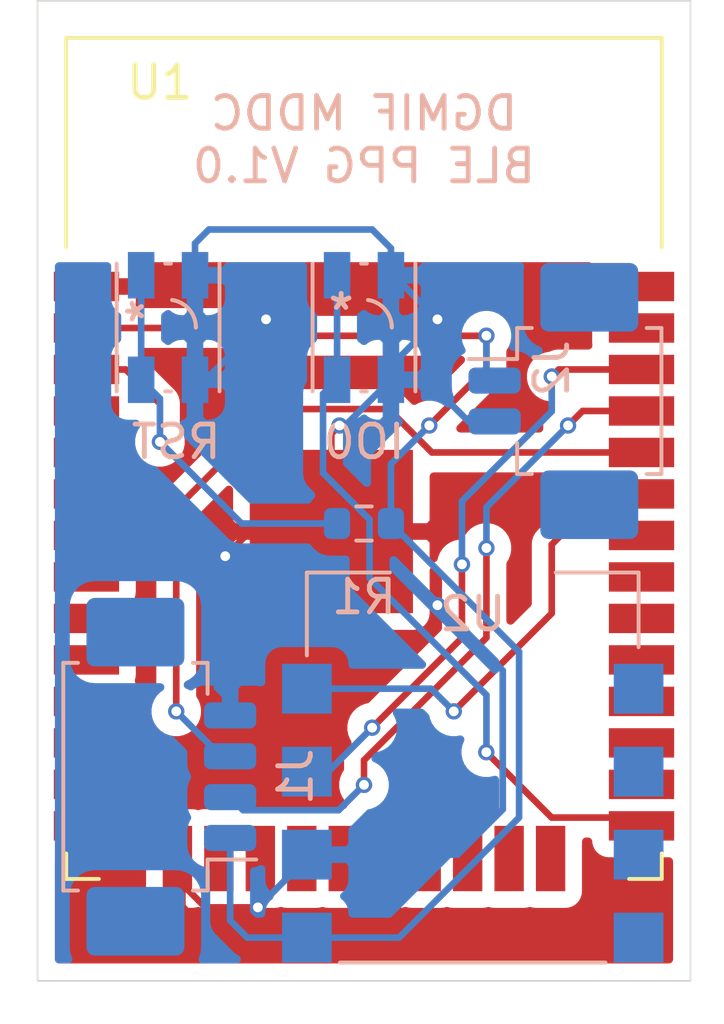
<source format=kicad_pcb>
(kicad_pcb (version 20171130) (host pcbnew "(5.1.10)-1")

  (general
    (thickness 1.6)
    (drawings 7)
    (tracks 127)
    (zones 0)
    (modules 7)
    (nets 41)
  )

  (page A4)
  (layers
    (0 F.Cu signal)
    (31 B.Cu signal)
    (32 B.Adhes user)
    (33 F.Adhes user)
    (34 B.Paste user)
    (35 F.Paste user)
    (36 B.SilkS user)
    (37 F.SilkS user)
    (38 B.Mask user)
    (39 F.Mask user)
    (40 Dwgs.User user)
    (41 Cmts.User user)
    (42 Eco1.User user)
    (43 Eco2.User user)
    (44 Edge.Cuts user)
    (45 Margin user)
    (46 B.CrtYd user)
    (47 F.CrtYd user)
    (48 B.Fab user)
    (49 F.Fab user)
  )

  (setup
    (last_trace_width 0.2032)
    (trace_clearance 0.1524)
    (zone_clearance 0.508)
    (zone_45_only no)
    (trace_min 0.2)
    (via_size 0.5)
    (via_drill 0.3)
    (via_min_size 0.4)
    (via_min_drill 0.3)
    (uvia_size 0.3)
    (uvia_drill 0.1)
    (uvias_allowed no)
    (uvia_min_size 0.2)
    (uvia_min_drill 0.1)
    (edge_width 0.05)
    (segment_width 0.2)
    (pcb_text_width 0.3)
    (pcb_text_size 1.5 1.5)
    (mod_edge_width 0.12)
    (mod_text_size 1 1)
    (mod_text_width 0.15)
    (pad_size 1.524 1.524)
    (pad_drill 0.762)
    (pad_to_mask_clearance 0)
    (aux_axis_origin 0 0)
    (visible_elements 7FFFFFFF)
    (pcbplotparams
      (layerselection 0x010f0_ffffffff)
      (usegerberextensions true)
      (usegerberattributes false)
      (usegerberadvancedattributes false)
      (creategerberjobfile false)
      (excludeedgelayer true)
      (linewidth 0.100000)
      (plotframeref false)
      (viasonmask false)
      (mode 1)
      (useauxorigin true)
      (hpglpennumber 1)
      (hpglpenspeed 20)
      (hpglpendiameter 15.000000)
      (psnegative false)
      (psa4output false)
      (plotreference true)
      (plotvalue true)
      (plotinvisibletext false)
      (padsonsilk false)
      (subtractmaskfromsilk false)
      (outputformat 1)
      (mirror false)
      (drillshape 0)
      (scaleselection 1)
      (outputdirectory "gerber/"))
  )

  (net 0 "")
  (net 1 GND)
  (net 2 /ESP_RX)
  (net 3 /ESP_TX)
  (net 4 VCC)
  (net 5 /ESP_IO0)
  (net 6 "Net-(U1-Pad4)")
  (net 7 "Net-(U1-Pad5)")
  (net 8 "Net-(U1-Pad6)")
  (net 9 "Net-(U1-Pad7)")
  (net 10 "Net-(U1-Pad8)")
  (net 11 "Net-(U1-Pad9)")
  (net 12 "Net-(U1-Pad10)")
  (net 13 "Net-(U1-Pad11)")
  (net 14 "Net-(U1-Pad12)")
  (net 15 "Net-(U1-Pad13)")
  (net 16 "Net-(U1-Pad14)")
  (net 17 "Net-(U1-Pad16)")
  (net 18 "Net-(U1-Pad17)")
  (net 19 "Net-(U1-Pad18)")
  (net 20 "Net-(U1-Pad19)")
  (net 21 "Net-(U1-Pad20)")
  (net 22 "Net-(U1-Pad21)")
  (net 23 "Net-(U1-Pad22)")
  (net 24 "Net-(U1-Pad23)")
  (net 25 "Net-(U1-Pad24)")
  (net 26 "Net-(U1-Pad26)")
  (net 27 "Net-(U1-Pad27)")
  (net 28 "Net-(U1-Pad28)")
  (net 29 "Net-(U1-Pad29)")
  (net 30 "Net-(U1-Pad30)")
  (net 31 "Net-(U1-Pad31)")
  (net 32 "Net-(U1-Pad32)")
  (net 33 /I2C_SDA)
  (net 34 /I2C_SCL)
  (net 35 "Net-(U1-Pad37)")
  (net 36 "Net-(U2-Pad8)")
  (net 37 "Net-(U2-Pad7)")
  (net 38 "Net-(U2-Pad6)")
  (net 39 "Net-(U2-Pad5)")
  (net 40 /ESP32_EN)

  (net_class Default "This is the default net class."
    (clearance 0.1524)
    (trace_width 0.2032)
    (via_dia 0.5)
    (via_drill 0.3)
    (uvia_dia 0.3)
    (uvia_drill 0.1)
    (add_net /ESP32_EN)
    (add_net /ESP_IO0)
    (add_net /ESP_RX)
    (add_net /ESP_TX)
    (add_net /I2C_SCL)
    (add_net /I2C_SDA)
    (add_net GND)
    (add_net "Net-(U1-Pad10)")
    (add_net "Net-(U1-Pad11)")
    (add_net "Net-(U1-Pad12)")
    (add_net "Net-(U1-Pad13)")
    (add_net "Net-(U1-Pad14)")
    (add_net "Net-(U1-Pad16)")
    (add_net "Net-(U1-Pad17)")
    (add_net "Net-(U1-Pad18)")
    (add_net "Net-(U1-Pad19)")
    (add_net "Net-(U1-Pad20)")
    (add_net "Net-(U1-Pad21)")
    (add_net "Net-(U1-Pad22)")
    (add_net "Net-(U1-Pad23)")
    (add_net "Net-(U1-Pad24)")
    (add_net "Net-(U1-Pad26)")
    (add_net "Net-(U1-Pad27)")
    (add_net "Net-(U1-Pad28)")
    (add_net "Net-(U1-Pad29)")
    (add_net "Net-(U1-Pad30)")
    (add_net "Net-(U1-Pad31)")
    (add_net "Net-(U1-Pad32)")
    (add_net "Net-(U1-Pad37)")
    (add_net "Net-(U1-Pad4)")
    (add_net "Net-(U1-Pad5)")
    (add_net "Net-(U1-Pad6)")
    (add_net "Net-(U1-Pad7)")
    (add_net "Net-(U1-Pad8)")
    (add_net "Net-(U1-Pad9)")
    (add_net "Net-(U2-Pad5)")
    (add_net "Net-(U2-Pad6)")
    (add_net "Net-(U2-Pad7)")
    (add_net "Net-(U2-Pad8)")
    (add_net VCC)
  )

  (module jgshin_KiCad_lib:ESP32-WROOM-32-Min_keepout (layer F.Cu) (tedit 60D95FD0) (tstamp 60D9FBC3)
    (at 110 137)
    (descr "Single 2.4 GHz Wi-Fi and Bluetooth combo chip https://www.espressif.com/sites/default/files/documentation/esp32-wroom-32_datasheet_en.pdf")
    (tags "Single 2.4 GHz Wi-Fi and Bluetooth combo  chip")
    (path /60D923F3)
    (attr smd)
    (fp_text reference U1 (at -6.25 -14.5 180) (layer F.SilkS)
      (effects (font (size 1 1) (thickness 0.15)))
    )
    (fp_text value ESP32-WROOM-32 (at 0 11.5) (layer F.Fab)
      (effects (font (size 1 1) (thickness 0.15)))
    )
    (fp_line (start -9.75 -16.25) (end 9.75 -16.25) (layer F.CrtYd) (width 0.05))
    (fp_line (start 9 9.76) (end 9 -15.745) (layer F.Fab) (width 0.1))
    (fp_line (start -9 9.76) (end 9 9.76) (layer F.Fab) (width 0.1))
    (fp_line (start -9 -15.745) (end -9 -10.02) (layer F.Fab) (width 0.1))
    (fp_line (start -9 -15.745) (end 9 -15.745) (layer F.Fab) (width 0.1))
    (fp_line (start -9.75 10.5) (end -9.75 -16.25) (layer F.CrtYd) (width 0.05))
    (fp_line (start -9.75 10.5) (end 9.75 10.5) (layer F.CrtYd) (width 0.05))
    (fp_line (start 9.75 -16.25) (end 9.75 10.5) (layer F.CrtYd) (width 0.05))
    (fp_line (start -9 -9.02) (end -9 9.76) (layer F.Fab) (width 0.1))
    (fp_line (start -8.5 -9.52) (end -9 -10.02) (layer F.Fab) (width 0.1))
    (fp_line (start -9 -9.02) (end -8.5 -9.52) (layer F.Fab) (width 0.1))
    (fp_line (start -9.12 9.1) (end -9.12 9.88) (layer F.SilkS) (width 0.12))
    (fp_line (start -9.12 9.88) (end -8.12 9.88) (layer F.SilkS) (width 0.12))
    (fp_line (start 9.12 9.1) (end 9.12 9.88) (layer F.SilkS) (width 0.12))
    (fp_line (start 9.12 9.88) (end 8.12 9.88) (layer F.SilkS) (width 0.12))
    (fp_line (start -9.12 -15.865) (end 9.12 -15.865) (layer F.SilkS) (width 0.12))
    (fp_line (start 9.12 -15.865) (end 9.12 -9.445) (layer F.SilkS) (width 0.12))
    (fp_line (start -9.12 -15.865) (end -9.12 -9.445) (layer F.SilkS) (width 0.12))
    (fp_text user %R (at 0 0) (layer F.Fab)
      (effects (font (size 1 1) (thickness 0.15)))
    )
    (pad 39 smd rect (at -1 -0.755) (size 5 5) (layers F.Cu F.Paste F.Mask)
      (net 1 GND))
    (pad 1 smd rect (at -8.5 -8.255) (size 2 0.9) (layers F.Cu F.Paste F.Mask)
      (net 1 GND))
    (pad 2 smd rect (at -8.5 -6.985) (size 2 0.9) (layers F.Cu F.Paste F.Mask)
      (net 4 VCC))
    (pad 3 smd rect (at -8.5 -5.715) (size 2 0.9) (layers F.Cu F.Paste F.Mask)
      (net 40 /ESP32_EN))
    (pad 4 smd rect (at -8.5 -4.445) (size 2 0.9) (layers F.Cu F.Paste F.Mask)
      (net 6 "Net-(U1-Pad4)"))
    (pad 5 smd rect (at -8.5 -3.175) (size 2 0.9) (layers F.Cu F.Paste F.Mask)
      (net 7 "Net-(U1-Pad5)"))
    (pad 6 smd rect (at -8.5 -1.905) (size 2 0.9) (layers F.Cu F.Paste F.Mask)
      (net 8 "Net-(U1-Pad6)"))
    (pad 7 smd rect (at -8.5 -0.635) (size 2 0.9) (layers F.Cu F.Paste F.Mask)
      (net 9 "Net-(U1-Pad7)"))
    (pad 8 smd rect (at -8.5 0.635) (size 2 0.9) (layers F.Cu F.Paste F.Mask)
      (net 10 "Net-(U1-Pad8)"))
    (pad 9 smd rect (at -8.5 1.905) (size 2 0.9) (layers F.Cu F.Paste F.Mask)
      (net 11 "Net-(U1-Pad9)"))
    (pad 10 smd rect (at -8.5 3.175) (size 2 0.9) (layers F.Cu F.Paste F.Mask)
      (net 12 "Net-(U1-Pad10)"))
    (pad 11 smd rect (at -8.5 4.445) (size 2 0.9) (layers F.Cu F.Paste F.Mask)
      (net 13 "Net-(U1-Pad11)"))
    (pad 12 smd rect (at -8.5 5.715) (size 2 0.9) (layers F.Cu F.Paste F.Mask)
      (net 14 "Net-(U1-Pad12)"))
    (pad 13 smd rect (at -8.5 6.985) (size 2 0.9) (layers F.Cu F.Paste F.Mask)
      (net 15 "Net-(U1-Pad13)"))
    (pad 14 smd rect (at -8.5 8.255) (size 2 0.9) (layers F.Cu F.Paste F.Mask)
      (net 16 "Net-(U1-Pad14)"))
    (pad 15 smd rect (at -5.715 9.255 90) (size 2 0.9) (layers F.Cu F.Paste F.Mask)
      (net 1 GND))
    (pad 16 smd rect (at -4.445 9.255 90) (size 2 0.9) (layers F.Cu F.Paste F.Mask)
      (net 17 "Net-(U1-Pad16)"))
    (pad 17 smd rect (at -3.175 9.255 90) (size 2 0.9) (layers F.Cu F.Paste F.Mask)
      (net 18 "Net-(U1-Pad17)"))
    (pad 18 smd rect (at -1.905 9.255 90) (size 2 0.9) (layers F.Cu F.Paste F.Mask)
      (net 19 "Net-(U1-Pad18)"))
    (pad 19 smd rect (at -0.635 9.255 90) (size 2 0.9) (layers F.Cu F.Paste F.Mask)
      (net 20 "Net-(U1-Pad19)"))
    (pad 20 smd rect (at 0.635 9.255 90) (size 2 0.9) (layers F.Cu F.Paste F.Mask)
      (net 21 "Net-(U1-Pad20)"))
    (pad 21 smd rect (at 1.905 9.255 90) (size 2 0.9) (layers F.Cu F.Paste F.Mask)
      (net 22 "Net-(U1-Pad21)"))
    (pad 22 smd rect (at 3.175 9.255 90) (size 2 0.9) (layers F.Cu F.Paste F.Mask)
      (net 23 "Net-(U1-Pad22)"))
    (pad 23 smd rect (at 4.445 9.255 90) (size 2 0.9) (layers F.Cu F.Paste F.Mask)
      (net 24 "Net-(U1-Pad23)"))
    (pad 24 smd rect (at 5.715 9.255 90) (size 2 0.9) (layers F.Cu F.Paste F.Mask)
      (net 25 "Net-(U1-Pad24)"))
    (pad 25 smd rect (at 8.5 8.255) (size 2 0.9) (layers F.Cu F.Paste F.Mask)
      (net 5 /ESP_IO0))
    (pad 26 smd rect (at 8.5 6.985) (size 2 0.9) (layers F.Cu F.Paste F.Mask)
      (net 26 "Net-(U1-Pad26)"))
    (pad 27 smd rect (at 8.5 5.715) (size 2 0.9) (layers F.Cu F.Paste F.Mask)
      (net 27 "Net-(U1-Pad27)"))
    (pad 28 smd rect (at 8.5 4.445) (size 2 0.9) (layers F.Cu F.Paste F.Mask)
      (net 28 "Net-(U1-Pad28)"))
    (pad 29 smd rect (at 8.5 3.175) (size 2 0.9) (layers F.Cu F.Paste F.Mask)
      (net 29 "Net-(U1-Pad29)"))
    (pad 30 smd rect (at 8.5 1.905) (size 2 0.9) (layers F.Cu F.Paste F.Mask)
      (net 30 "Net-(U1-Pad30)"))
    (pad 31 smd rect (at 8.5 0.635) (size 2 0.9) (layers F.Cu F.Paste F.Mask)
      (net 31 "Net-(U1-Pad31)"))
    (pad 32 smd rect (at 8.5 -0.635) (size 2 0.9) (layers F.Cu F.Paste F.Mask)
      (net 32 "Net-(U1-Pad32)"))
    (pad 33 smd rect (at 8.5 -1.905) (size 2 0.9) (layers F.Cu F.Paste F.Mask)
      (net 33 /I2C_SDA))
    (pad 34 smd rect (at 8.5 -3.175) (size 2 0.9) (layers F.Cu F.Paste F.Mask)
      (net 2 /ESP_RX))
    (pad 35 smd rect (at 8.5 -4.445) (size 2 0.9) (layers F.Cu F.Paste F.Mask)
      (net 3 /ESP_TX))
    (pad 36 smd rect (at 8.5 -5.715) (size 2 0.9) (layers F.Cu F.Paste F.Mask)
      (net 34 /I2C_SCL))
    (pad 37 smd rect (at 8.5 -6.985) (size 2 0.9) (layers F.Cu F.Paste F.Mask)
      (net 35 "Net-(U1-Pad37)"))
    (pad 38 smd rect (at 8.5 -8.255) (size 2 0.9) (layers F.Cu F.Paste F.Mask)
      (net 1 GND))
    (model ${KISYS3DMOD}/RF_Module.3dshapes/ESP32-WROOM-32.wrl
      (at (xyz 0 0 0))
      (scale (xyz 1 1 1))
      (rotate (xyz 0 0 0))
    )
  )

  (module jgshin_KiCad_lib:PTS830GM140SMTRLFS_mod (layer B.Cu) (tedit 60DA7DEE) (tstamp 60DB03C4)
    (at 104 130 270)
    (path /60DBCCAD)
    (fp_text reference U4 (at -0.6 -2.9 270) (layer Cmts.User)
      (effects (font (size 1 1) (thickness 0.15)))
    )
    (fp_text value PTS830GM140SMTRLFS (at 0.4 -4.2 270) (layer Cmts.User)
      (effects (font (size 1 1) (thickness 0.15)))
    )
    (fp_arc (start 0 0) (end 0 -0.8509) (angle -81.647034) (layer B.SilkS) (width 0.12))
    (fp_arc (start 0 0) (end 0 -0.8509) (angle -11.95543) (layer B.SilkS) (width 0.12))
    (fp_arc (start 0 0) (end 0 -0.8509) (angle -81.647041) (layer B.SilkS) (width 0.12))
    (fp_text user * (at -0.5 0.7 270) (layer B.SilkS)
      (effects (font (size 1 1) (thickness 0.15)) (justify mirror))
    )
    (fp_text user * (at -1.4478 1.2568 270) (layer B.Fab)
      (effects (font (size 1 1) (thickness 0.15)) (justify mirror))
    )
    (fp_text user * (at -1.4478 1.2568 270) (layer B.Fab)
      (effects (font (size 1 1) (thickness 0.15)) (justify mirror))
    )
    (fp_circle (center 0 0) (end 0.8509 0) (layer B.Fab) (width 0.1))
    (fp_line (start 2.0828 -1.7018) (end -2.0828 -1.7018) (layer B.CrtYd) (width 0.05))
    (fp_line (start 2.0828 -1.714) (end 2.0828 -1.7018) (layer B.CrtYd) (width 0.05))
    (fp_line (start 2.4638 -1.714) (end 2.0828 -1.714) (layer B.CrtYd) (width 0.05))
    (fp_line (start 2.4638 1.714) (end 2.4638 -1.714) (layer B.CrtYd) (width 0.05))
    (fp_line (start 2.0828 1.714) (end 2.4638 1.714) (layer B.CrtYd) (width 0.05))
    (fp_line (start 2.0828 1.7018) (end 2.0828 1.714) (layer B.CrtYd) (width 0.05))
    (fp_line (start -2.0828 1.7018) (end 2.0828 1.7018) (layer B.CrtYd) (width 0.05))
    (fp_line (start -2.0828 1.714) (end -2.0828 1.7018) (layer B.CrtYd) (width 0.05))
    (fp_line (start -2.4638 1.714) (end -2.0828 1.714) (layer B.CrtYd) (width 0.05))
    (fp_line (start -2.4638 -1.714) (end -2.4638 1.714) (layer B.CrtYd) (width 0.05))
    (fp_line (start -2.0828 -1.714) (end -2.4638 -1.714) (layer B.CrtYd) (width 0.05))
    (fp_line (start -2.0828 -1.7018) (end -2.0828 -1.714) (layer B.CrtYd) (width 0.05))
    (fp_line (start -1.8288 1.4478) (end -1.8288 -1.4478) (layer B.Fab) (width 0.1))
    (fp_line (start 1.8288 1.4478) (end -1.8288 1.4478) (layer B.Fab) (width 0.1))
    (fp_line (start 1.8288 -1.4478) (end 1.8288 1.4478) (layer B.Fab) (width 0.1))
    (fp_line (start -1.8288 -1.4478) (end 1.8288 -1.4478) (layer B.Fab) (width 0.1))
    (fp_line (start -1.9558 0.08586) (end -1.9558 -0.08586) (layer B.SilkS) (width 0.12))
    (fp_line (start 1.9558 1.5748) (end -1.9558 1.5748) (layer B.SilkS) (width 0.12))
    (fp_line (start 1.9558 -0.08586) (end 1.9558 0.08586) (layer B.SilkS) (width 0.12))
    (fp_line (start -1.9558 -1.5748) (end 1.9558 -1.5748) (layer B.SilkS) (width 0.12))
    (fp_line (start 1.9558 1.206) (end 1.8288 1.206) (layer B.Fab) (width 0.1))
    (fp_line (start 1.9558 0.444) (end 1.9558 1.206) (layer B.Fab) (width 0.1))
    (fp_line (start 1.8288 0.444) (end 1.9558 0.444) (layer B.Fab) (width 0.1))
    (fp_line (start 1.8288 1.206) (end 1.8288 0.444) (layer B.Fab) (width 0.1))
    (fp_line (start 1.9558 -0.444) (end 1.8288 -0.444) (layer B.Fab) (width 0.1))
    (fp_line (start 1.9558 -1.206) (end 1.9558 -0.444) (layer B.Fab) (width 0.1))
    (fp_line (start 1.8288 -1.206) (end 1.9558 -1.206) (layer B.Fab) (width 0.1))
    (fp_line (start 1.8288 -0.444) (end 1.8288 -1.206) (layer B.Fab) (width 0.1))
    (fp_line (start -1.9558 -1.206) (end -1.8288 -1.206) (layer B.Fab) (width 0.1))
    (fp_line (start -1.9558 -0.444) (end -1.9558 -1.206) (layer B.Fab) (width 0.1))
    (fp_line (start -1.8288 -0.444) (end -1.9558 -0.444) (layer B.Fab) (width 0.1))
    (fp_line (start -1.8288 -1.206) (end -1.8288 -0.444) (layer B.Fab) (width 0.1))
    (fp_line (start -1.9558 0.444) (end -1.8288 0.444) (layer B.Fab) (width 0.1))
    (fp_line (start -1.9558 1.206) (end -1.9558 0.444) (layer B.Fab) (width 0.1))
    (fp_line (start -1.8288 1.206) (end -1.9558 1.206) (layer B.Fab) (width 0.1))
    (fp_line (start -1.8288 0.444) (end -1.8288 1.206) (layer B.Fab) (width 0.1))
    (pad 2 smd rect (at 1.6002 0.825 270) (size 1.4224 0.8128) (layers B.Cu B.Paste B.Mask)
      (net 40 /ESP32_EN))
    (pad 4 smd rect (at 1.6002 -0.825 270) (size 1.4224 0.8128) (layers B.Cu B.Paste B.Mask)
      (net 1 GND))
    (pad 3 smd rect (at -1.6002 -0.825 270) (size 1.4224 0.8128) (layers B.Cu B.Paste B.Mask)
      (net 1 GND))
    (pad 1 smd rect (at -1.6002 0.825 270) (size 1.4224 0.8128) (layers B.Cu B.Paste B.Mask)
      (net 40 /ESP32_EN))
  )

  (module jgshin_KiCad_lib:PTS830GM140SMTRLFS_mod (layer B.Cu) (tedit 60DA7DEE) (tstamp 60DB02C9)
    (at 110 130 270)
    (path /60DBCCA7)
    (fp_text reference U3 (at -0.6 -2.9 270) (layer Cmts.User)
      (effects (font (size 1 1) (thickness 0.15)))
    )
    (fp_text value PTS830GM140SMTRLFS (at 0.4 -4.2 270) (layer Cmts.User)
      (effects (font (size 1 1) (thickness 0.15)))
    )
    (fp_arc (start 0 0) (end 0 -0.8509) (angle -81.647034) (layer B.SilkS) (width 0.12))
    (fp_arc (start 0 0) (end 0 -0.8509) (angle -11.95543) (layer B.SilkS) (width 0.12))
    (fp_arc (start 0 0) (end 0 -0.8509) (angle -81.647041) (layer B.SilkS) (width 0.12))
    (fp_text user * (at -0.5 0.7) (layer B.SilkS)
      (effects (font (size 1 1) (thickness 0.15)) (justify mirror))
    )
    (fp_text user * (at -1.4478 1.2568 270) (layer B.Fab)
      (effects (font (size 1 1) (thickness 0.15)) (justify mirror))
    )
    (fp_text user * (at -1.4478 1.2568 270) (layer B.Fab)
      (effects (font (size 1 1) (thickness 0.15)) (justify mirror))
    )
    (fp_circle (center 0 0) (end 0.8509 0) (layer B.Fab) (width 0.1))
    (fp_line (start 2.0828 -1.7018) (end -2.0828 -1.7018) (layer B.CrtYd) (width 0.05))
    (fp_line (start 2.0828 -1.714) (end 2.0828 -1.7018) (layer B.CrtYd) (width 0.05))
    (fp_line (start 2.4638 -1.714) (end 2.0828 -1.714) (layer B.CrtYd) (width 0.05))
    (fp_line (start 2.4638 1.714) (end 2.4638 -1.714) (layer B.CrtYd) (width 0.05))
    (fp_line (start 2.0828 1.714) (end 2.4638 1.714) (layer B.CrtYd) (width 0.05))
    (fp_line (start 2.0828 1.7018) (end 2.0828 1.714) (layer B.CrtYd) (width 0.05))
    (fp_line (start -2.0828 1.7018) (end 2.0828 1.7018) (layer B.CrtYd) (width 0.05))
    (fp_line (start -2.0828 1.714) (end -2.0828 1.7018) (layer B.CrtYd) (width 0.05))
    (fp_line (start -2.4638 1.714) (end -2.0828 1.714) (layer B.CrtYd) (width 0.05))
    (fp_line (start -2.4638 -1.714) (end -2.4638 1.714) (layer B.CrtYd) (width 0.05))
    (fp_line (start -2.0828 -1.714) (end -2.4638 -1.714) (layer B.CrtYd) (width 0.05))
    (fp_line (start -2.0828 -1.7018) (end -2.0828 -1.714) (layer B.CrtYd) (width 0.05))
    (fp_line (start -1.8288 1.4478) (end -1.8288 -1.4478) (layer B.Fab) (width 0.1))
    (fp_line (start 1.8288 1.4478) (end -1.8288 1.4478) (layer B.Fab) (width 0.1))
    (fp_line (start 1.8288 -1.4478) (end 1.8288 1.4478) (layer B.Fab) (width 0.1))
    (fp_line (start -1.8288 -1.4478) (end 1.8288 -1.4478) (layer B.Fab) (width 0.1))
    (fp_line (start -1.9558 0.08586) (end -1.9558 -0.08586) (layer B.SilkS) (width 0.12))
    (fp_line (start 1.9558 1.5748) (end -1.9558 1.5748) (layer B.SilkS) (width 0.12))
    (fp_line (start 1.9558 -0.08586) (end 1.9558 0.08586) (layer B.SilkS) (width 0.12))
    (fp_line (start -1.9558 -1.5748) (end 1.9558 -1.5748) (layer B.SilkS) (width 0.12))
    (fp_line (start 1.9558 1.206) (end 1.8288 1.206) (layer B.Fab) (width 0.1))
    (fp_line (start 1.9558 0.444) (end 1.9558 1.206) (layer B.Fab) (width 0.1))
    (fp_line (start 1.8288 0.444) (end 1.9558 0.444) (layer B.Fab) (width 0.1))
    (fp_line (start 1.8288 1.206) (end 1.8288 0.444) (layer B.Fab) (width 0.1))
    (fp_line (start 1.9558 -0.444) (end 1.8288 -0.444) (layer B.Fab) (width 0.1))
    (fp_line (start 1.9558 -1.206) (end 1.9558 -0.444) (layer B.Fab) (width 0.1))
    (fp_line (start 1.8288 -1.206) (end 1.9558 -1.206) (layer B.Fab) (width 0.1))
    (fp_line (start 1.8288 -0.444) (end 1.8288 -1.206) (layer B.Fab) (width 0.1))
    (fp_line (start -1.9558 -1.206) (end -1.8288 -1.206) (layer B.Fab) (width 0.1))
    (fp_line (start -1.9558 -0.444) (end -1.9558 -1.206) (layer B.Fab) (width 0.1))
    (fp_line (start -1.8288 -0.444) (end -1.9558 -0.444) (layer B.Fab) (width 0.1))
    (fp_line (start -1.8288 -1.206) (end -1.8288 -0.444) (layer B.Fab) (width 0.1))
    (fp_line (start -1.9558 0.444) (end -1.8288 0.444) (layer B.Fab) (width 0.1))
    (fp_line (start -1.9558 1.206) (end -1.9558 0.444) (layer B.Fab) (width 0.1))
    (fp_line (start -1.8288 1.206) (end -1.9558 1.206) (layer B.Fab) (width 0.1))
    (fp_line (start -1.8288 0.444) (end -1.8288 1.206) (layer B.Fab) (width 0.1))
    (pad 2 smd rect (at 1.6002 0.825 270) (size 1.4224 0.8128) (layers B.Cu B.Paste B.Mask)
      (net 5 /ESP_IO0))
    (pad 4 smd rect (at 1.6002 -0.825 270) (size 1.4224 0.8128) (layers B.Cu B.Paste B.Mask)
      (net 1 GND))
    (pad 3 smd rect (at -1.6002 -0.825 270) (size 1.4224 0.8128) (layers B.Cu B.Paste B.Mask)
      (net 1 GND))
    (pad 1 smd rect (at -1.6002 0.825 270) (size 1.4224 0.8128) (layers B.Cu B.Paste B.Mask)
      (net 5 /ESP_IO0))
  )

  (module Resistor_SMD:R_0603_1608Metric (layer B.Cu) (tedit 5F68FEEE) (tstamp 60DAF77E)
    (at 110 136)
    (descr "Resistor SMD 0603 (1608 Metric), square (rectangular) end terminal, IPC_7351 nominal, (Body size source: IPC-SM-782 page 72, https://www.pcb-3d.com/wordpress/wp-content/uploads/ipc-sm-782a_amendment_1_and_2.pdf), generated with kicad-footprint-generator")
    (tags resistor)
    (path /60DFD199)
    (attr smd)
    (fp_text reference R1 (at 0 2.25) (layer B.SilkS)
      (effects (font (size 1 1) (thickness 0.15)) (justify mirror))
    )
    (fp_text value 10k (at 0 -1.43) (layer B.Fab)
      (effects (font (size 1 1) (thickness 0.15)) (justify mirror))
    )
    (fp_line (start 1.48 -0.73) (end -1.48 -0.73) (layer B.CrtYd) (width 0.05))
    (fp_line (start 1.48 0.73) (end 1.48 -0.73) (layer B.CrtYd) (width 0.05))
    (fp_line (start -1.48 0.73) (end 1.48 0.73) (layer B.CrtYd) (width 0.05))
    (fp_line (start -1.48 -0.73) (end -1.48 0.73) (layer B.CrtYd) (width 0.05))
    (fp_line (start -0.237258 -0.5225) (end 0.237258 -0.5225) (layer B.SilkS) (width 0.12))
    (fp_line (start -0.237258 0.5225) (end 0.237258 0.5225) (layer B.SilkS) (width 0.12))
    (fp_line (start 0.8 -0.4125) (end -0.8 -0.4125) (layer B.Fab) (width 0.1))
    (fp_line (start 0.8 0.4125) (end 0.8 -0.4125) (layer B.Fab) (width 0.1))
    (fp_line (start -0.8 0.4125) (end 0.8 0.4125) (layer B.Fab) (width 0.1))
    (fp_line (start -0.8 -0.4125) (end -0.8 0.4125) (layer B.Fab) (width 0.1))
    (fp_text user %R (at 0 0) (layer B.Fab)
      (effects (font (size 0.4 0.4) (thickness 0.06)) (justify mirror))
    )
    (pad 1 smd roundrect (at -0.825 0) (size 0.8 0.95) (layers B.Cu B.Paste B.Mask) (roundrect_rratio 0.25)
      (net 40 /ESP32_EN))
    (pad 2 smd roundrect (at 0.825 0) (size 0.8 0.95) (layers B.Cu B.Paste B.Mask) (roundrect_rratio 0.25)
      (net 4 VCC))
    (model ${KISYS3DMOD}/Resistor_SMD.3dshapes/R_0603_1608Metric.wrl
      (at (xyz 0 0 0))
      (scale (xyz 1 1 1))
      (rotate (xyz 0 0 0))
    )
  )

  (module jgshin_KiCad_lib:OSTSen-30101 (layer B.Cu) (tedit 60D96CFE) (tstamp 60D9F386)
    (at 108.25 137.5)
    (path /60DA3536)
    (fp_text reference U2 (at 5.08 1.27) (layer B.SilkS)
      (effects (font (size 1 1) (thickness 0.15)) (justify mirror))
    )
    (fp_text value OSTSen-30101 (at 4.572 -1.016) (layer B.Fab)
      (effects (font (size 1 1) (thickness 0.15)) (justify mirror))
    )
    (fp_line (start 0 0) (end 0 11.938) (layer Dwgs.User) (width 0.12))
    (fp_line (start 0 11.938) (end 10.16 11.938) (layer Dwgs.User) (width 0.12))
    (fp_line (start 10.16 11.938) (end 10.16 0) (layer Dwgs.User) (width 0.12))
    (fp_line (start 10.16 0) (end 0 0) (layer Dwgs.User) (width 0.12))
    (fp_line (start 1.016 11.938) (end 9.144 11.938) (layer B.SilkS) (width 0.12))
    (fp_line (start 0 2.54) (end 0 0) (layer B.SilkS) (width 0.12))
    (fp_line (start 0 0) (end 2.54 0) (layer B.SilkS) (width 0.12))
    (fp_line (start 7.62 0) (end 10.16 0) (layer B.SilkS) (width 0.12))
    (fp_line (start 10.16 0) (end 10.16 2.286) (layer B.SilkS) (width 0.12))
    (fp_text user %R (at 5.08 5.842) (layer B.Fab)
      (effects (font (size 1 1) (thickness 0.15)) (justify mirror))
    )
    (pad 8 smd rect (at 10.16 11.176) (size 1.524 1.524) (layers B.Cu B.Paste B.Mask)
      (net 36 "Net-(U2-Pad8)"))
    (pad 7 smd rect (at 10.16 8.636) (size 1.524 1.524) (layers B.Cu B.Paste B.Mask)
      (net 37 "Net-(U2-Pad7)"))
    (pad 6 smd rect (at 10.16 6.096) (size 1.524 1.524) (layers B.Cu B.Paste B.Mask)
      (net 38 "Net-(U2-Pad6)"))
    (pad 5 smd rect (at 10.16 3.556) (size 1.524 1.524) (layers B.Cu B.Paste B.Mask)
      (net 39 "Net-(U2-Pad5)"))
    (pad 4 smd rect (at 0 3.556) (size 1.524 1.524) (layers B.Cu B.Paste B.Mask)
      (net 33 /I2C_SDA))
    (pad 3 smd rect (at 0 6.096) (size 1.524 1.524) (layers B.Cu B.Paste B.Mask)
      (net 34 /I2C_SCL))
    (pad 2 smd rect (at 0 8.636) (size 1.524 1.524) (layers B.Cu B.Paste B.Mask)
      (net 1 GND))
    (pad 1 smd rect (at 0 11.176) (size 1.524 1.524) (layers B.Cu B.Paste B.Mask)
      (net 4 VCC))
  )

  (module Connector_Molex:Molex_PicoBlade_53261-0271_1x02-1MP_P1.25mm_Horizontal (layer B.Cu) (tedit 5B78AD89) (tstamp 60DB1F16)
    (at 116.4 132.25 270)
    (descr "Molex PicoBlade series connector, 53261-0271 (http://www.molex.com/pdm_docs/sd/532610271_sd.pdf), generated with kicad-footprint-generator")
    (tags "connector Molex PicoBlade top entry")
    (path /60DAED05)
    (attr smd)
    (fp_text reference J2 (at -1 0.65 270) (layer B.SilkS)
      (effects (font (size 1 1) (thickness 0.15)) (justify mirror))
    )
    (fp_text value "532610271(angled)" (at 0 -3.8 270) (layer B.Fab)
      (effects (font (size 1 1) (thickness 0.15)) (justify mirror))
    )
    (fp_line (start -2.125 1.6) (end 2.125 1.6) (layer B.Fab) (width 0.1))
    (fp_line (start -2.235 1.26) (end -2.235 1.71) (layer B.SilkS) (width 0.12))
    (fp_line (start -2.235 1.71) (end -1.285 1.71) (layer B.SilkS) (width 0.12))
    (fp_line (start -1.285 1.71) (end -1.285 3.2) (layer B.SilkS) (width 0.12))
    (fp_line (start 2.235 1.26) (end 2.235 1.71) (layer B.SilkS) (width 0.12))
    (fp_line (start 2.235 1.71) (end 1.285 1.71) (layer B.SilkS) (width 0.12))
    (fp_line (start -2.235 -2.26) (end -2.235 -2.71) (layer B.SilkS) (width 0.12))
    (fp_line (start -2.235 -2.71) (end 2.235 -2.71) (layer B.SilkS) (width 0.12))
    (fp_line (start 2.235 -2.71) (end 2.235 -2.26) (layer B.SilkS) (width 0.12))
    (fp_line (start -2.125 -2.6) (end 2.125 -2.6) (layer B.Fab) (width 0.1))
    (fp_line (start -2.125 1.6) (end -2.125 -2.6) (layer B.Fab) (width 0.1))
    (fp_line (start 2.125 1.6) (end 2.125 -2.6) (layer B.Fab) (width 0.1))
    (fp_line (start -2.125 0.6) (end -3.625 0.6) (layer B.Fab) (width 0.1))
    (fp_line (start -3.625 0.6) (end -3.825 0.4) (layer B.Fab) (width 0.1))
    (fp_line (start -3.825 0.4) (end -3.825 -1.4) (layer B.Fab) (width 0.1))
    (fp_line (start -3.825 -1.4) (end -3.625 -1.6) (layer B.Fab) (width 0.1))
    (fp_line (start -3.625 -1.6) (end -3.625 -2.2) (layer B.Fab) (width 0.1))
    (fp_line (start -3.625 -2.2) (end -2.125 -2.2) (layer B.Fab) (width 0.1))
    (fp_line (start 2.125 0.6) (end 3.625 0.6) (layer B.Fab) (width 0.1))
    (fp_line (start 3.625 0.6) (end 3.825 0.4) (layer B.Fab) (width 0.1))
    (fp_line (start 3.825 0.4) (end 3.825 -1.4) (layer B.Fab) (width 0.1))
    (fp_line (start 3.825 -1.4) (end 3.625 -1.6) (layer B.Fab) (width 0.1))
    (fp_line (start 3.625 -1.6) (end 3.625 -2.2) (layer B.Fab) (width 0.1))
    (fp_line (start 3.625 -2.2) (end 2.125 -2.2) (layer B.Fab) (width 0.1))
    (fp_line (start -4.72 3.7) (end -4.72 -3.1) (layer B.CrtYd) (width 0.05))
    (fp_line (start -4.72 -3.1) (end 4.72 -3.1) (layer B.CrtYd) (width 0.05))
    (fp_line (start 4.72 -3.1) (end 4.72 3.7) (layer B.CrtYd) (width 0.05))
    (fp_line (start 4.72 3.7) (end -4.72 3.7) (layer B.CrtYd) (width 0.05))
    (fp_line (start -1.125 1.6) (end -0.625 0.892893) (layer B.Fab) (width 0.1))
    (fp_line (start -0.625 0.892893) (end -0.125 1.6) (layer B.Fab) (width 0.1))
    (fp_text user %R (at 0 -1.9 270) (layer B.Fab)
      (effects (font (size 1 1) (thickness 0.15)) (justify mirror))
    )
    (pad MP smd roundrect (at 3.175 -0.5 270) (size 2.1 3) (layers B.Cu B.Paste B.Mask) (roundrect_rratio 0.119047619047619))
    (pad MP smd roundrect (at -3.175 -0.5 270) (size 2.1 3) (layers B.Cu B.Paste B.Mask) (roundrect_rratio 0.119047619047619))
    (pad 2 smd roundrect (at 0.625 2.4 270) (size 0.8 1.6) (layers B.Cu B.Paste B.Mask) (roundrect_rratio 0.25)
      (net 1 GND))
    (pad 1 smd roundrect (at -0.625 2.4 270) (size 0.8 1.6) (layers B.Cu B.Paste B.Mask) (roundrect_rratio 0.25)
      (net 4 VCC))
    (model ${KISYS3DMOD}/Connector_Molex.3dshapes/Molex_PicoBlade_53261-0271_1x02-1MP_P1.25mm_Horizontal.wrl
      (at (xyz 0 0 0))
      (scale (xyz 1 1 1))
      (rotate (xyz 0 0 0))
    )
  )

  (module Connector_Molex:Molex_PicoBlade_53261-0471_1x04-1MP_P1.25mm_Horizontal (layer B.Cu) (tedit 5B78AD89) (tstamp 60DA6AB0)
    (at 103.5 143.75 90)
    (descr "Molex PicoBlade series connector, 53261-0471 (http://www.molex.com/pdm_docs/sd/532610271_sd.pdf), generated with kicad-footprint-generator")
    (tags "connector Molex PicoBlade top entry")
    (path /60DAAAAA)
    (attr smd)
    (fp_text reference J1 (at 0 4.4 270) (layer B.SilkS)
      (effects (font (size 1 1) (thickness 0.15)) (justify mirror))
    )
    (fp_text value "532610471(angled)" (at 0 -3.8 270) (layer B.Fab)
      (effects (font (size 1 1) (thickness 0.15)) (justify mirror))
    )
    (fp_line (start -3.375 1.6) (end 3.375 1.6) (layer B.Fab) (width 0.1))
    (fp_line (start -3.485 1.26) (end -3.485 1.71) (layer B.SilkS) (width 0.12))
    (fp_line (start -3.485 1.71) (end -2.535 1.71) (layer B.SilkS) (width 0.12))
    (fp_line (start -2.535 1.71) (end -2.535 3.2) (layer B.SilkS) (width 0.12))
    (fp_line (start 3.485 1.26) (end 3.485 1.71) (layer B.SilkS) (width 0.12))
    (fp_line (start 3.485 1.71) (end 2.535 1.71) (layer B.SilkS) (width 0.12))
    (fp_line (start -3.485 -2.26) (end -3.485 -2.71) (layer B.SilkS) (width 0.12))
    (fp_line (start -3.485 -2.71) (end 3.485 -2.71) (layer B.SilkS) (width 0.12))
    (fp_line (start 3.485 -2.71) (end 3.485 -2.26) (layer B.SilkS) (width 0.12))
    (fp_line (start -3.375 -2.6) (end 3.375 -2.6) (layer B.Fab) (width 0.1))
    (fp_line (start -3.375 1.6) (end -3.375 -2.6) (layer B.Fab) (width 0.1))
    (fp_line (start 3.375 1.6) (end 3.375 -2.6) (layer B.Fab) (width 0.1))
    (fp_line (start -3.375 0.6) (end -4.875 0.6) (layer B.Fab) (width 0.1))
    (fp_line (start -4.875 0.6) (end -5.075 0.4) (layer B.Fab) (width 0.1))
    (fp_line (start -5.075 0.4) (end -5.075 -1.4) (layer B.Fab) (width 0.1))
    (fp_line (start -5.075 -1.4) (end -4.875 -1.6) (layer B.Fab) (width 0.1))
    (fp_line (start -4.875 -1.6) (end -4.875 -2.2) (layer B.Fab) (width 0.1))
    (fp_line (start -4.875 -2.2) (end -3.375 -2.2) (layer B.Fab) (width 0.1))
    (fp_line (start 3.375 0.6) (end 4.875 0.6) (layer B.Fab) (width 0.1))
    (fp_line (start 4.875 0.6) (end 5.075 0.4) (layer B.Fab) (width 0.1))
    (fp_line (start 5.075 0.4) (end 5.075 -1.4) (layer B.Fab) (width 0.1))
    (fp_line (start 5.075 -1.4) (end 4.875 -1.6) (layer B.Fab) (width 0.1))
    (fp_line (start 4.875 -1.6) (end 4.875 -2.2) (layer B.Fab) (width 0.1))
    (fp_line (start 4.875 -2.2) (end 3.375 -2.2) (layer B.Fab) (width 0.1))
    (fp_line (start -5.98 3.7) (end -5.98 -3.1) (layer B.CrtYd) (width 0.05))
    (fp_line (start -5.98 -3.1) (end 5.98 -3.1) (layer B.CrtYd) (width 0.05))
    (fp_line (start 5.98 -3.1) (end 5.98 3.7) (layer B.CrtYd) (width 0.05))
    (fp_line (start 5.98 3.7) (end -5.98 3.7) (layer B.CrtYd) (width 0.05))
    (fp_line (start -2.375 1.6) (end -1.875 0.892893) (layer B.Fab) (width 0.1))
    (fp_line (start -1.875 0.892893) (end -1.375 1.6) (layer B.Fab) (width 0.1))
    (fp_text user %R (at 0 -1.9 270) (layer B.Fab)
      (effects (font (size 1 1) (thickness 0.15)) (justify mirror))
    )
    (pad MP smd roundrect (at 4.425 -0.5 90) (size 2.1 3) (layers B.Cu B.Paste B.Mask) (roundrect_rratio 0.119047619047619))
    (pad MP smd roundrect (at -4.425 -0.5 90) (size 2.1 3) (layers B.Cu B.Paste B.Mask) (roundrect_rratio 0.119047619047619))
    (pad 4 smd roundrect (at 1.875 2.4 90) (size 0.8 1.6) (layers B.Cu B.Paste B.Mask) (roundrect_rratio 0.25)
      (net 1 GND))
    (pad 3 smd roundrect (at 0.625 2.4 90) (size 0.8 1.6) (layers B.Cu B.Paste B.Mask) (roundrect_rratio 0.25)
      (net 2 /ESP_RX))
    (pad 2 smd roundrect (at -0.625 2.4 90) (size 0.8 1.6) (layers B.Cu B.Paste B.Mask) (roundrect_rratio 0.25)
      (net 3 /ESP_TX))
    (pad 1 smd roundrect (at -1.875 2.4 90) (size 0.8 1.6) (layers B.Cu B.Paste B.Mask) (roundrect_rratio 0.25)
      (net 4 VCC))
    (model ${KISYS3DMOD}/Connector_Molex.3dshapes/Molex_PicoBlade_53261-0471_1x04-1MP_P1.25mm_Horizontal.wrl
      (at (xyz 0 0 0))
      (scale (xyz 1 1 1))
      (rotate (xyz 0 0 0))
    )
  )

  (gr_text IO0 (at 110 133.5) (layer B.SilkS)
    (effects (font (size 1 1) (thickness 0.15)) (justify mirror))
  )
  (gr_text "RST\n" (at 104.25 133.5) (layer B.SilkS)
    (effects (font (size 1 1) (thickness 0.15)) (justify mirror))
  )
  (gr_text "DGMIF MDDC\nBLE PPG V1.0" (at 110 124.25) (layer B.SilkS)
    (effects (font (size 1 1) (thickness 0.15)) (justify mirror))
  )
  (gr_line (start 120 150) (end 100 150) (layer Edge.Cuts) (width 0.05))
  (gr_line (start 120 120) (end 120 150) (layer Edge.Cuts) (width 0.05))
  (gr_line (start 100 120) (end 120 120) (layer Edge.Cuts) (width 0.05))
  (gr_line (start 100 150) (end 100 120) (layer Edge.Cuts) (width 0.05))

  (segment (start 104.825 128.3998) (end 105.6498 128.3998) (width 0.2032) (layer B.Cu) (net 1))
  (via (at 107 129.75) (size 0.5) (drill 0.3) (layers F.Cu B.Cu) (net 1) (status 1000000))
  (segment (start 105.6498 128.3998) (end 107 129.75) (width 0.2032) (layer B.Cu) (net 1))
  (segment (start 105.995 128.745) (end 101.5 128.745) (width 0.2032) (layer F.Cu) (net 1))
  (segment (start 107 129.75) (end 105.995 128.745) (width 0.2032) (layer F.Cu) (net 1))
  (segment (start 113.2 132.875) (end 112.25 131.925) (width 0.2032) (layer B.Cu) (net 1))
  (segment (start 114 132.875) (end 113.2 132.875) (width 0.2032) (layer B.Cu) (net 1))
  (via (at 112.25 129.75) (size 0.5) (drill 0.3) (layers F.Cu B.Cu) (net 1))
  (segment (start 112.25 131.925) (end 112.25 129.75) (width 0.2032) (layer B.Cu) (net 1))
  (segment (start 113.255 128.745) (end 118.5 128.745) (width 0.2032) (layer F.Cu) (net 1))
  (segment (start 112.25 129.75) (end 113.255 128.745) (width 0.2032) (layer F.Cu) (net 1))
  (segment (start 110.8998 128.3998) (end 112.25 129.75) (width 0.2032) (layer B.Cu) (net 1))
  (segment (start 110.825 128.3998) (end 110.8998 128.3998) (width 0.2032) (layer B.Cu) (net 1))
  (segment (start 110.825 131.175) (end 112.25 129.75) (width 0.2032) (layer B.Cu) (net 1))
  (segment (start 110.825 131.6002) (end 110.825 131.175) (width 0.2032) (layer B.Cu) (net 1))
  (segment (start 105.1498 131.6002) (end 104.825 131.6002) (width 0.2032) (layer B.Cu) (net 1))
  (segment (start 107 129.75) (end 105.1498 131.6002) (width 0.2032) (layer B.Cu) (net 1))
  (segment (start 110.825 128.3998) (end 110.825 127.575) (width 0.2032) (layer B.Cu) (net 1))
  (segment (start 110.825 127.575) (end 110.25 127) (width 0.2032) (layer B.Cu) (net 1))
  (segment (start 110.25 127) (end 105.25 127) (width 0.2032) (layer B.Cu) (net 1))
  (segment (start 104.825 127.425) (end 104.825 128.3998) (width 0.2032) (layer B.Cu) (net 1))
  (segment (start 105.25 127) (end 104.825 127.425) (width 0.2032) (layer B.Cu) (net 1))
  (via (at 109.25 133) (size 0.5) (drill 0.3) (layers F.Cu B.Cu) (net 1))
  (segment (start 109 133.25) (end 109.25 133) (width 0.2032) (layer F.Cu) (net 1))
  (segment (start 109 136.245) (end 109 133.25) (width 0.2032) (layer F.Cu) (net 1))
  (segment (start 109.4252 133) (end 110.825 131.6002) (width 0.2032) (layer B.Cu) (net 1))
  (segment (start 109.25 133) (end 109.4252 133) (width 0.2032) (layer B.Cu) (net 1))
  (via (at 106.75 147.75) (size 0.5) (drill 0.3) (layers F.Cu B.Cu) (net 1))
  (segment (start 108.25 146.25) (end 106.75 147.75) (width 0.2032) (layer B.Cu) (net 1))
  (segment (start 108.25 146.136) (end 108.25 146.25) (width 0.2032) (layer B.Cu) (net 1))
  (segment (start 104.285 146.892202) (end 104.285 146.255) (width 0.2032) (layer F.Cu) (net 1))
  (segment (start 105.142798 147.75) (end 104.285 146.892202) (width 0.2032) (layer F.Cu) (net 1))
  (segment (start 106.75 147.75) (end 105.142798 147.75) (width 0.2032) (layer F.Cu) (net 1))
  (segment (start 105.9 141.424798) (end 105.5 141.024798) (width 0.2032) (layer B.Cu) (net 1))
  (segment (start 105.9 141.875) (end 105.9 141.424798) (width 0.2032) (layer B.Cu) (net 1))
  (via (at 105.75 137) (size 0.5) (drill 0.3) (layers F.Cu B.Cu) (net 1))
  (segment (start 105.5 137.25) (end 105.75 137) (width 0.2032) (layer B.Cu) (net 1))
  (segment (start 105.5 141.024798) (end 105.5 137.25) (width 0.2032) (layer B.Cu) (net 1))
  (segment (start 106.505 136.245) (end 109 136.245) (width 0.2032) (layer F.Cu) (net 1))
  (segment (start 105.75 137) (end 106.505 136.245) (width 0.2032) (layer F.Cu) (net 1))
  (segment (start 108.25 146.136) (end 112.864 146.136) (width 0.2032) (layer B.Cu) (net 1))
  (segment (start 112.864 146.136) (end 114.25 144.75) (width 0.2032) (layer B.Cu) (net 1))
  (segment (start 114.25 144.75) (end 114.25 140.5) (width 0.2032) (layer B.Cu) (net 1))
  (via (at 112.25 138.5) (size 0.5) (drill 0.3) (layers F.Cu B.Cu) (net 1))
  (segment (start 114.25 140.5) (end 112.25 138.5) (width 0.2032) (layer B.Cu) (net 1))
  (segment (start 109.995 136.245) (end 109 136.245) (width 0.2032) (layer F.Cu) (net 1))
  (segment (start 112.25 138.5) (end 109.995 136.245) (width 0.2032) (layer F.Cu) (net 1))
  (segment (start 105.9 143.125) (end 105.625 143.125) (width 0.2032) (layer B.Cu) (net 2))
  (via (at 104.25 141.75) (size 0.5) (drill 0.3) (layers F.Cu B.Cu) (net 2))
  (segment (start 105.625 143.125) (end 104.25 141.75) (width 0.2032) (layer B.Cu) (net 2))
  (segment (start 112.079078 133.825) (end 118.5 133.825) (width 0.2032) (layer F.Cu) (net 2))
  (segment (start 110.750077 132.495999) (end 112.079078 133.825) (width 0.2032) (layer F.Cu) (net 2))
  (segment (start 107.291799 132.495999) (end 110.750077 132.495999) (width 0.2032) (layer F.Cu) (net 2))
  (segment (start 104.25 135.537798) (end 107.291799 132.495999) (width 0.2032) (layer F.Cu) (net 2))
  (segment (start 104.25 141.75) (end 104.25 135.537798) (width 0.2032) (layer F.Cu) (net 2))
  (segment (start 118.5 132.555) (end 116.695 132.555) (width 0.2032) (layer F.Cu) (net 3))
  (via (at 116.25 133) (size 0.5) (drill 0.3) (layers F.Cu B.Cu) (net 3))
  (segment (start 116.695 132.555) (end 116.25 133) (width 0.2032) (layer F.Cu) (net 3))
  (segment (start 116.25 133) (end 113.75 135.5) (width 0.2032) (layer B.Cu) (net 3))
  (via (at 113.75 136.75) (size 0.5) (drill 0.3) (layers F.Cu B.Cu) (net 3))
  (segment (start 113.75 135.5) (end 113.75 136.75) (width 0.2032) (layer B.Cu) (net 3))
  (via (at 110 144) (size 0.5) (drill 0.3) (layers F.Cu B.Cu) (net 3))
  (segment (start 110 143.245922) (end 110 144) (width 0.2032) (layer F.Cu) (net 3))
  (segment (start 113.75 139.495922) (end 110 143.245922) (width 0.2032) (layer F.Cu) (net 3))
  (segment (start 113.75 136.75) (end 113.75 139.495922) (width 0.2032) (layer F.Cu) (net 3))
  (segment (start 106.3 144.775) (end 105.9 144.375) (width 0.2032) (layer B.Cu) (net 3))
  (segment (start 109.225 144.775) (end 106.3 144.775) (width 0.2032) (layer B.Cu) (net 3))
  (segment (start 110 144) (end 109.225 144.775) (width 0.2032) (layer B.Cu) (net 3))
  (segment (start 101.5 130.015) (end 106.015 130.015) (width 0.2032) (layer F.Cu) (net 4))
  (segment (start 106.254001 130.254001) (end 113.745999 130.254001) (width 0.2032) (layer F.Cu) (net 4))
  (segment (start 106.015 130.015) (end 106.254001 130.254001) (width 0.2032) (layer F.Cu) (net 4))
  (via (at 113.75 130.25) (size 0.5) (drill 0.3) (layers F.Cu B.Cu) (net 4))
  (segment (start 113.745999 130.254001) (end 113.75 130.25) (width 0.2032) (layer F.Cu) (net 4))
  (segment (start 113.75 131.375) (end 114 131.625) (width 0.2032) (layer B.Cu) (net 4))
  (segment (start 113.75 130.25) (end 113.75 131.375) (width 0.2032) (layer B.Cu) (net 4))
  (segment (start 110.825 136) (end 110.825 134.175) (width 0.2032) (layer B.Cu) (net 4))
  (via (at 112 133) (size 0.5) (drill 0.3) (layers F.Cu B.Cu) (net 4))
  (segment (start 110.825 134.175) (end 112 133) (width 0.2032) (layer B.Cu) (net 4))
  (segment (start 113.75 131.25) (end 113.75 130.25) (width 0.2032) (layer F.Cu) (net 4))
  (segment (start 112 133) (end 113.75 131.25) (width 0.2032) (layer F.Cu) (net 4))
  (segment (start 105.9 145.625) (end 105.9 148.15) (width 0.2032) (layer B.Cu) (net 4))
  (segment (start 106.426 148.676) (end 108.25 148.676) (width 0.2032) (layer B.Cu) (net 4))
  (segment (start 105.9 148.15) (end 106.426 148.676) (width 0.2032) (layer B.Cu) (net 4))
  (segment (start 108.25 148.676) (end 111.074 148.676) (width 0.2032) (layer B.Cu) (net 4))
  (segment (start 111.074 148.676) (end 114.75 145) (width 0.2032) (layer B.Cu) (net 4))
  (segment (start 114.75 139.925) (end 110.825 136) (width 0.2032) (layer B.Cu) (net 4))
  (segment (start 114.75 145) (end 114.75 139.925) (width 0.2032) (layer B.Cu) (net 4))
  (segment (start 109.175 128.3998) (end 109.175 131.6002) (width 0.2032) (layer B.Cu) (net 5))
  (segment (start 110.17099 135.878922) (end 110.17099 137.67099) (width 0.2032) (layer B.Cu) (net 5))
  (segment (start 108.745999 134.453931) (end 110.17099 135.878922) (width 0.2032) (layer B.Cu) (net 5))
  (segment (start 108.745999 132.029201) (end 108.745999 134.453931) (width 0.2032) (layer B.Cu) (net 5))
  (segment (start 109.175 131.6002) (end 108.745999 132.029201) (width 0.2032) (layer B.Cu) (net 5))
  (segment (start 110.17099 137.67099) (end 113.75 141.25) (width 0.2032) (layer B.Cu) (net 5))
  (via (at 113.746 143) (size 0.5) (drill 0.3) (layers F.Cu B.Cu) (net 5))
  (segment (start 113.75 142.996) (end 113.746 143) (width 0.2032) (layer B.Cu) (net 5))
  (segment (start 113.75 141.25) (end 113.75 142.996) (width 0.2032) (layer B.Cu) (net 5))
  (segment (start 118.245999 145.000999) (end 118.5 145.255) (width 0.2032) (layer F.Cu) (net 5))
  (segment (start 115.746999 145.000999) (end 118.245999 145.000999) (width 0.2032) (layer F.Cu) (net 5))
  (segment (start 113.746 143) (end 115.746999 145.000999) (width 0.2032) (layer F.Cu) (net 5))
  (segment (start 108.25 141.056) (end 112.056 141.056) (width 0.2032) (layer B.Cu) (net 33))
  (via (at 112.75 141.75) (size 0.5) (drill 0.3) (layers F.Cu B.Cu) (net 33))
  (segment (start 112.056 141.056) (end 112.75 141.75) (width 0.2032) (layer B.Cu) (net 33))
  (segment (start 112.75 141.75) (end 115.75 138.75) (width 0.2032) (layer F.Cu) (net 33))
  (segment (start 117.2968 135.095) (end 118.5 135.095) (width 0.2032) (layer F.Cu) (net 33))
  (segment (start 115.75 136.6418) (end 117.2968 135.095) (width 0.2032) (layer F.Cu) (net 33))
  (segment (start 115.75 138.75) (end 115.75 136.6418) (width 0.2032) (layer F.Cu) (net 33))
  (via (at 115.75 131.5) (size 0.5) (drill 0.3) (layers F.Cu B.Cu) (net 34))
  (segment (start 115.965 131.285) (end 115.75 131.5) (width 0.2032) (layer F.Cu) (net 34))
  (segment (start 118.5 131.285) (end 115.965 131.285) (width 0.2032) (layer F.Cu) (net 34))
  (segment (start 115.75 132.567068) (end 113 135.317068) (width 0.2032) (layer B.Cu) (net 34))
  (segment (start 115.75 131.5) (end 115.75 132.567068) (width 0.2032) (layer B.Cu) (net 34))
  (via (at 113 137.25) (size 0.5) (drill 0.3) (layers F.Cu B.Cu) (net 34))
  (segment (start 113 135.317068) (end 113 137.25) (width 0.2032) (layer B.Cu) (net 34))
  (segment (start 113 137.25) (end 113 139.5) (width 0.2032) (layer F.Cu) (net 34))
  (via (at 110.25 142.25) (size 0.5) (drill 0.3) (layers F.Cu B.Cu) (net 34))
  (segment (start 113 139.5) (end 110.25 142.25) (width 0.2032) (layer F.Cu) (net 34))
  (segment (start 108.904 143.596) (end 108.25 143.596) (width 0.2032) (layer B.Cu) (net 34))
  (segment (start 110.25 142.25) (end 108.904 143.596) (width 0.2032) (layer B.Cu) (net 34))
  (segment (start 102.7032 131.285) (end 103.75 132.3318) (width 0.2032) (layer F.Cu) (net 40))
  (segment (start 101.5 131.285) (end 102.7032 131.285) (width 0.2032) (layer F.Cu) (net 40))
  (via (at 103.75 133.5) (size 0.5) (drill 0.3) (layers F.Cu B.Cu) (net 40))
  (segment (start 103.75 132.3318) (end 103.75 133.5) (width 0.2032) (layer F.Cu) (net 40))
  (segment (start 103.75 132.1752) (end 103.175 131.6002) (width 0.2032) (layer B.Cu) (net 40))
  (segment (start 103.75 133.5) (end 103.75 132.1752) (width 0.2032) (layer B.Cu) (net 40))
  (segment (start 103.175 128.3998) (end 103.175 131.6002) (width 0.2032) (layer B.Cu) (net 40))
  (segment (start 106.25 136) (end 103.75 133.5) (width 0.2032) (layer B.Cu) (net 40))
  (segment (start 109.175 136) (end 106.25 136) (width 0.2032) (layer B.Cu) (net 40))

  (zone (net 1) (net_name GND) (layer F.Cu) (tstamp 60DB2016) (hatch edge 0.508)
    (connect_pads (clearance 0.508))
    (min_thickness 0.254)
    (fill yes (arc_segments 32) (thermal_gap 0.508) (thermal_bridge_width 0.508))
    (polygon
      (pts
        (xy 120 150) (xy 100 150) (xy 100 128) (xy 120 128)
      )
    )
    (filled_polygon
      (pts
        (xy 105.730626 130.777376) (xy 105.842788 130.869425) (xy 105.970752 130.937823) (xy 106.109602 130.979943) (xy 106.217815 130.990601)
        (xy 106.217824 130.990601) (xy 106.254 130.994164) (xy 106.290176 130.990601) (xy 112.967689 130.990601) (xy 111.826023 132.132268)
        (xy 111.741855 132.14901) (xy 111.580795 132.215723) (xy 111.539262 132.243475) (xy 111.296522 132.000735) (xy 111.273452 131.972624)
        (xy 111.16129 131.880575) (xy 111.033326 131.812177) (xy 110.894476 131.770057) (xy 110.786263 131.759399) (xy 110.78626 131.759399)
        (xy 110.750077 131.755835) (xy 110.713894 131.759399) (xy 107.327974 131.759399) (xy 107.291798 131.755836) (xy 107.255622 131.759399)
        (xy 107.255613 131.759399) (xy 107.1474 131.770057) (xy 107.00855 131.812177) (xy 106.880586 131.880575) (xy 106.768424 131.972624)
        (xy 106.745353 132.000736) (xy 103.754732 134.991357) (xy 103.726626 135.014423) (xy 103.70356 135.042529) (xy 103.703558 135.042531)
        (xy 103.634576 135.126586) (xy 103.566178 135.254551) (xy 103.524059 135.3934) (xy 103.509836 135.537798) (xy 103.513401 135.573991)
        (xy 103.5134 141.259442) (xy 103.465723 141.330795) (xy 103.39901 141.491855) (xy 103.365 141.662835) (xy 103.365 141.837165)
        (xy 103.39901 142.008145) (xy 103.465723 142.169205) (xy 103.562576 142.314155) (xy 103.685845 142.437424) (xy 103.830795 142.534277)
        (xy 103.991855 142.60099) (xy 104.162835 142.635) (xy 104.337165 142.635) (xy 104.508145 142.60099) (xy 104.669205 142.534277)
        (xy 104.814155 142.437424) (xy 104.937424 142.314155) (xy 105.034277 142.169205) (xy 105.10099 142.008145) (xy 105.135 141.837165)
        (xy 105.135 141.662835) (xy 105.10099 141.491855) (xy 105.034277 141.330795) (xy 104.9866 141.259442) (xy 104.9866 138.745)
        (xy 105.861928 138.745) (xy 105.874188 138.869482) (xy 105.910498 138.98918) (xy 105.969463 139.099494) (xy 106.048815 139.196185)
        (xy 106.145506 139.275537) (xy 106.25582 139.334502) (xy 106.375518 139.370812) (xy 106.5 139.383072) (xy 108.71425 139.38)
        (xy 108.873 139.22125) (xy 108.873 136.372) (xy 106.02375 136.372) (xy 105.865 136.53075) (xy 105.861928 138.745)
        (xy 104.9866 138.745) (xy 104.9866 135.842907) (xy 105.863622 134.965885) (xy 105.865 135.95925) (xy 106.02375 136.118)
        (xy 108.873 136.118) (xy 108.873 136.098) (xy 109.127 136.098) (xy 109.127 136.118) (xy 111.97625 136.118)
        (xy 112.135 135.95925) (xy 112.136939 134.5616) (xy 116.78564 134.5616) (xy 116.773425 134.571625) (xy 116.750359 134.599731)
        (xy 115.254732 136.095359) (xy 115.226626 136.118425) (xy 115.20356 136.146531) (xy 115.203558 136.146533) (xy 115.134576 136.230588)
        (xy 115.066178 136.358553) (xy 115.062099 136.372) (xy 115.025742 136.491855) (xy 115.024059 136.497402) (xy 115.009836 136.6418)
        (xy 115.013401 136.677993) (xy 115.0134 138.44489) (xy 114.4866 138.97169) (xy 114.4866 137.240558) (xy 114.534277 137.169205)
        (xy 114.60099 137.008145) (xy 114.635 136.837165) (xy 114.635 136.662835) (xy 114.60099 136.491855) (xy 114.534277 136.330795)
        (xy 114.437424 136.185845) (xy 114.314155 136.062576) (xy 114.169205 135.965723) (xy 114.008145 135.89901) (xy 113.837165 135.865)
        (xy 113.662835 135.865) (xy 113.491855 135.89901) (xy 113.330795 135.965723) (xy 113.185845 136.062576) (xy 113.062576 136.185845)
        (xy 112.965723 136.330795) (xy 112.951555 136.365) (xy 112.912835 136.365) (xy 112.741855 136.39901) (xy 112.580795 136.465723)
        (xy 112.435845 136.562576) (xy 112.312576 136.685845) (xy 112.215723 136.830795) (xy 112.14901 136.991855) (xy 112.135732 137.058606)
        (xy 112.135 136.53075) (xy 111.97625 136.372) (xy 109.127 136.372) (xy 109.127 139.22125) (xy 109.28575 139.38)
        (xy 111.5 139.383072) (xy 111.624482 139.370812) (xy 111.74418 139.334502) (xy 111.854494 139.275537) (xy 111.951185 139.196185)
        (xy 112.030537 139.099494) (xy 112.089502 138.98918) (xy 112.125812 138.869482) (xy 112.138072 138.745) (xy 112.136267 137.444082)
        (xy 112.14901 137.508145) (xy 112.215723 137.669205) (xy 112.2634 137.740559) (xy 112.263401 139.194889) (xy 110.076023 141.382268)
        (xy 109.991855 141.39901) (xy 109.830795 141.465723) (xy 109.685845 141.562576) (xy 109.562576 141.685845) (xy 109.465723 141.830795)
        (xy 109.39901 141.991855) (xy 109.365 142.162835) (xy 109.365 142.337165) (xy 109.39901 142.508145) (xy 109.465723 142.669205)
        (xy 109.492604 142.709435) (xy 109.476625 142.722548) (xy 109.384576 142.83471) (xy 109.316178 142.962674) (xy 109.274058 143.101524)
        (xy 109.266279 143.180506) (xy 109.259836 143.245922) (xy 109.2634 143.282105) (xy 109.2634 143.509442) (xy 109.215723 143.580795)
        (xy 109.14901 143.741855) (xy 109.115 143.912835) (xy 109.115 144.087165) (xy 109.14901 144.258145) (xy 109.215723 144.419205)
        (xy 109.312576 144.564155) (xy 109.365349 144.616928) (xy 108.915 144.616928) (xy 108.790518 144.629188) (xy 108.73 144.647546)
        (xy 108.669482 144.629188) (xy 108.545 144.616928) (xy 107.645 144.616928) (xy 107.520518 144.629188) (xy 107.46 144.647546)
        (xy 107.399482 144.629188) (xy 107.275 144.616928) (xy 106.375 144.616928) (xy 106.250518 144.629188) (xy 106.19 144.647546)
        (xy 106.129482 144.629188) (xy 106.005 144.616928) (xy 105.105 144.616928) (xy 104.980518 144.629188) (xy 104.92 144.647546)
        (xy 104.859482 144.629188) (xy 104.735 144.616928) (xy 104.57075 144.62) (xy 104.412 144.77875) (xy 104.412 146.128)
        (xy 104.432 146.128) (xy 104.432 146.382) (xy 104.412 146.382) (xy 104.412 147.73125) (xy 104.57075 147.89)
        (xy 104.735 147.893072) (xy 104.859482 147.880812) (xy 104.92 147.862454) (xy 104.980518 147.880812) (xy 105.105 147.893072)
        (xy 106.005 147.893072) (xy 106.129482 147.880812) (xy 106.19 147.862454) (xy 106.250518 147.880812) (xy 106.375 147.893072)
        (xy 107.275 147.893072) (xy 107.399482 147.880812) (xy 107.46 147.862454) (xy 107.520518 147.880812) (xy 107.645 147.893072)
        (xy 108.545 147.893072) (xy 108.669482 147.880812) (xy 108.73 147.862454) (xy 108.790518 147.880812) (xy 108.915 147.893072)
        (xy 109.815 147.893072) (xy 109.939482 147.880812) (xy 110 147.862454) (xy 110.060518 147.880812) (xy 110.185 147.893072)
        (xy 111.085 147.893072) (xy 111.209482 147.880812) (xy 111.27 147.862454) (xy 111.330518 147.880812) (xy 111.455 147.893072)
        (xy 112.355 147.893072) (xy 112.479482 147.880812) (xy 112.54 147.862454) (xy 112.600518 147.880812) (xy 112.725 147.893072)
        (xy 113.625 147.893072) (xy 113.749482 147.880812) (xy 113.81 147.862454) (xy 113.870518 147.880812) (xy 113.995 147.893072)
        (xy 114.895 147.893072) (xy 115.019482 147.880812) (xy 115.08 147.862454) (xy 115.140518 147.880812) (xy 115.265 147.893072)
        (xy 116.165 147.893072) (xy 116.289482 147.880812) (xy 116.40918 147.844502) (xy 116.519494 147.785537) (xy 116.616185 147.706185)
        (xy 116.695537 147.609494) (xy 116.754502 147.49918) (xy 116.790812 147.379482) (xy 116.803072 147.255) (xy 116.803072 145.737599)
        (xy 116.865139 145.737599) (xy 116.874188 145.829482) (xy 116.910498 145.94918) (xy 116.969463 146.059494) (xy 117.048815 146.156185)
        (xy 117.145506 146.235537) (xy 117.25582 146.294502) (xy 117.375518 146.330812) (xy 117.5 146.343072) (xy 119.340001 146.343072)
        (xy 119.340001 149.34) (xy 100.66 149.34) (xy 100.66 147.255) (xy 103.196928 147.255) (xy 103.209188 147.379482)
        (xy 103.245498 147.49918) (xy 103.304463 147.609494) (xy 103.383815 147.706185) (xy 103.480506 147.785537) (xy 103.59082 147.844502)
        (xy 103.710518 147.880812) (xy 103.835 147.893072) (xy 103.99925 147.89) (xy 104.158 147.73125) (xy 104.158 146.382)
        (xy 103.35875 146.382) (xy 103.2 146.54075) (xy 103.196928 147.255) (xy 100.66 147.255) (xy 100.66 146.343072)
        (xy 102.5 146.343072) (xy 102.624482 146.330812) (xy 102.74418 146.294502) (xy 102.854494 146.235537) (xy 102.951185 146.156185)
        (xy 103.030537 146.059494) (xy 103.089502 145.94918) (xy 103.125812 145.829482) (xy 103.138072 145.705) (xy 103.138072 145.255)
        (xy 103.196928 145.255) (xy 103.2 145.96925) (xy 103.35875 146.128) (xy 104.158 146.128) (xy 104.158 144.77875)
        (xy 103.99925 144.62) (xy 103.835 144.616928) (xy 103.710518 144.629188) (xy 103.59082 144.665498) (xy 103.480506 144.724463)
        (xy 103.383815 144.803815) (xy 103.304463 144.900506) (xy 103.245498 145.01082) (xy 103.209188 145.130518) (xy 103.196928 145.255)
        (xy 103.138072 145.255) (xy 103.138072 144.805) (xy 103.125812 144.680518) (xy 103.107454 144.62) (xy 103.125812 144.559482)
        (xy 103.138072 144.435) (xy 103.138072 143.535) (xy 103.125812 143.410518) (xy 103.107454 143.35) (xy 103.125812 143.289482)
        (xy 103.138072 143.165) (xy 103.138072 142.265) (xy 103.125812 142.140518) (xy 103.107454 142.08) (xy 103.125812 142.019482)
        (xy 103.138072 141.895) (xy 103.138072 140.995) (xy 103.125812 140.870518) (xy 103.107454 140.81) (xy 103.125812 140.749482)
        (xy 103.138072 140.625) (xy 103.138072 139.725) (xy 103.125812 139.600518) (xy 103.107454 139.54) (xy 103.125812 139.479482)
        (xy 103.138072 139.355) (xy 103.138072 138.455) (xy 103.125812 138.330518) (xy 103.107454 138.27) (xy 103.125812 138.209482)
        (xy 103.138072 138.085) (xy 103.138072 137.185) (xy 103.125812 137.060518) (xy 103.107454 137) (xy 103.125812 136.939482)
        (xy 103.138072 136.815) (xy 103.138072 135.915) (xy 103.125812 135.790518) (xy 103.107454 135.73) (xy 103.125812 135.669482)
        (xy 103.138072 135.545) (xy 103.138072 134.645) (xy 103.125812 134.520518) (xy 103.107454 134.46) (xy 103.125812 134.399482)
        (xy 103.138072 134.275) (xy 103.138072 134.139651) (xy 103.185845 134.187424) (xy 103.330795 134.284277) (xy 103.491855 134.35099)
        (xy 103.662835 134.385) (xy 103.837165 134.385) (xy 104.008145 134.35099) (xy 104.169205 134.284277) (xy 104.314155 134.187424)
        (xy 104.437424 134.064155) (xy 104.534277 133.919205) (xy 104.60099 133.758145) (xy 104.635 133.587165) (xy 104.635 133.412835)
        (xy 104.60099 133.241855) (xy 104.534277 133.080795) (xy 104.4866 133.009442) (xy 104.4866 132.367986) (xy 104.490164 132.3318)
        (xy 104.475942 132.187401) (xy 104.433822 132.048552) (xy 104.433822 132.048551) (xy 104.365424 131.920587) (xy 104.35773 131.911212)
        (xy 104.296442 131.836532) (xy 104.296437 131.836527) (xy 104.273374 131.808425) (xy 104.245273 131.785363) (xy 103.249645 130.789736)
        (xy 103.226575 130.761625) (xy 103.21436 130.7516) (xy 105.709472 130.7516)
      )
    )
    (filled_polygon
      (pts
        (xy 116.874188 128.170518) (xy 116.861928 128.295) (xy 116.865 128.45925) (xy 117.02375 128.618) (xy 118.373 128.618)
        (xy 118.373 128.598) (xy 118.627 128.598) (xy 118.627 128.618) (xy 118.647 128.618) (xy 118.647 128.872)
        (xy 118.627 128.872) (xy 118.627 128.892) (xy 118.373 128.892) (xy 118.373 128.872) (xy 117.02375 128.872)
        (xy 116.865 129.03075) (xy 116.861928 129.195) (xy 116.874188 129.319482) (xy 116.892546 129.38) (xy 116.874188 129.440518)
        (xy 116.861928 129.565) (xy 116.861928 130.465) (xy 116.870142 130.5484) (xy 116.001186 130.5484) (xy 115.965 130.544836)
        (xy 115.928814 130.5484) (xy 115.820601 130.559058) (xy 115.681751 130.601178) (xy 115.651776 130.6172) (xy 115.491855 130.64901)
        (xy 115.330795 130.715723) (xy 115.185845 130.812576) (xy 115.062576 130.935845) (xy 114.965723 131.080795) (xy 114.89901 131.241855)
        (xy 114.865 131.412835) (xy 114.865 131.587165) (xy 114.89901 131.758145) (xy 114.965723 131.919205) (xy 115.062576 132.064155)
        (xy 115.185845 132.187424) (xy 115.330795 132.284277) (xy 115.491855 132.35099) (xy 115.621619 132.376802) (xy 115.562576 132.435845)
        (xy 115.465723 132.580795) (xy 115.39901 132.741855) (xy 115.365 132.912835) (xy 115.365 133.087165) (xy 115.365246 133.0884)
        (xy 112.953309 133.0884) (xy 114.245273 131.796437) (xy 114.273374 131.773375) (xy 114.296437 131.745273) (xy 114.296442 131.745268)
        (xy 114.365424 131.661213) (xy 114.395012 131.605858) (xy 114.433822 131.533249) (xy 114.475942 131.394399) (xy 114.4866 131.286186)
        (xy 114.4866 131.286185) (xy 114.490164 131.25) (xy 114.4866 131.213814) (xy 114.4866 130.740558) (xy 114.534277 130.669205)
        (xy 114.60099 130.508145) (xy 114.635 130.337165) (xy 114.635 130.162835) (xy 114.60099 129.991855) (xy 114.534277 129.830795)
        (xy 114.437424 129.685845) (xy 114.314155 129.562576) (xy 114.169205 129.465723) (xy 114.008145 129.39901) (xy 113.837165 129.365)
        (xy 113.662835 129.365) (xy 113.491855 129.39901) (xy 113.330795 129.465723) (xy 113.253454 129.517401) (xy 106.559529 129.517401)
        (xy 106.538375 129.491625) (xy 106.426213 129.399576) (xy 106.298249 129.331178) (xy 106.159399 129.289058) (xy 106.051186 129.2784)
        (xy 106.051183 129.2784) (xy 106.015 129.274836) (xy 105.978817 129.2784) (xy 103.129858 129.2784) (xy 103.138072 129.195)
        (xy 103.135 129.03075) (xy 102.97625 128.872) (xy 101.627 128.872) (xy 101.627 128.892) (xy 101.373 128.892)
        (xy 101.373 128.872) (xy 101.353 128.872) (xy 101.353 128.618) (xy 101.373 128.618) (xy 101.373 128.598)
        (xy 101.627 128.598) (xy 101.627 128.618) (xy 102.97625 128.618) (xy 103.135 128.45925) (xy 103.138072 128.295)
        (xy 103.125812 128.170518) (xy 103.112611 128.127) (xy 116.887389 128.127)
      )
    )
  )
  (zone (net 1) (net_name GND) (layer B.Cu) (tstamp 60DB2013) (hatch edge 0.508)
    (connect_pads (clearance 0.508))
    (min_thickness 0.254)
    (fill yes (arc_segments 32) (thermal_gap 0.508) (thermal_bridge_width 0.508))
    (polygon
      (pts
        (xy 120 150) (xy 100 150) (xy 100 128) (xy 120 128)
      )
    )
    (filled_polygon
      (pts
        (xy 102.130528 129.111) (xy 102.142788 129.235482) (xy 102.179098 129.35518) (xy 102.238063 129.465494) (xy 102.317415 129.562185)
        (xy 102.414106 129.641537) (xy 102.4384 129.654523) (xy 102.438401 130.345477) (xy 102.414106 130.358463) (xy 102.317415 130.437815)
        (xy 102.238063 130.534506) (xy 102.179098 130.64482) (xy 102.142788 130.764518) (xy 102.130528 130.889) (xy 102.130528 132.3114)
        (xy 102.142788 132.435882) (xy 102.179098 132.55558) (xy 102.238063 132.665894) (xy 102.317415 132.762585) (xy 102.414106 132.841937)
        (xy 102.52442 132.900902) (xy 102.644118 132.937212) (xy 102.7686 132.949472) (xy 103.0134 132.949472) (xy 103.0134 133.009441)
        (xy 102.965723 133.080795) (xy 102.89901 133.241855) (xy 102.865 133.412835) (xy 102.865 133.587165) (xy 102.89901 133.758145)
        (xy 102.965723 133.919205) (xy 103.062576 134.064155) (xy 103.185845 134.187424) (xy 103.330795 134.284277) (xy 103.491855 134.35099)
        (xy 103.576023 134.367732) (xy 105.703557 136.495267) (xy 105.726625 136.523375) (xy 105.754731 136.546441) (xy 105.754732 136.546442)
        (xy 105.774596 136.562744) (xy 105.838787 136.615424) (xy 105.966751 136.683822) (xy 106.105601 136.725942) (xy 106.25 136.740164)
        (xy 106.286186 136.7366) (xy 108.276027 136.7366) (xy 108.278169 136.740608) (xy 108.382394 136.867606) (xy 108.509392 136.971831)
        (xy 108.654284 137.049278) (xy 108.8115 137.096969) (xy 108.975 137.113072) (xy 109.375 137.113072) (xy 109.434391 137.107223)
        (xy 109.434391 137.634797) (xy 109.430826 137.67099) (xy 109.440911 137.773375) (xy 109.444928 137.814155) (xy 109.445049 137.815388)
        (xy 109.487168 137.954237) (xy 109.528527 138.031614) (xy 109.555567 138.082203) (xy 109.647616 138.194365) (xy 109.675722 138.217431)
        (xy 111.777691 140.3194) (xy 109.650072 140.3194) (xy 109.650072 140.294) (xy 109.637812 140.169518) (xy 109.601502 140.04982)
        (xy 109.542537 139.939506) (xy 109.463185 139.842815) (xy 109.366494 139.763463) (xy 109.25618 139.704498) (xy 109.136482 139.668188)
        (xy 109.012 139.655928) (xy 107.488 139.655928) (xy 107.363518 139.668188) (xy 107.24382 139.704498) (xy 107.133506 139.763463)
        (xy 107.036815 139.842815) (xy 106.957463 139.939506) (xy 106.898498 140.04982) (xy 106.862188 140.169518) (xy 106.849928 140.294)
        (xy 106.849928 140.856907) (xy 106.824482 140.849188) (xy 106.7 140.836928) (xy 106.18575 140.84) (xy 106.027 140.99875)
        (xy 106.027 141.748) (xy 106.047 141.748) (xy 106.047 142.002) (xy 106.027 142.002) (xy 106.027 142.022)
        (xy 105.773 142.022) (xy 105.773 142.002) (xy 105.753 142.002) (xy 105.753 141.748) (xy 105.773 141.748)
        (xy 105.773 140.99875) (xy 105.61425 140.84) (xy 105.1 140.836928) (xy 104.975518 140.849188) (xy 104.85582 140.885498)
        (xy 104.745506 140.944463) (xy 104.696984 140.984284) (xy 104.669205 140.965723) (xy 104.603151 140.938363) (xy 104.743386 140.863405)
        (xy 104.877962 140.752962) (xy 104.988405 140.618386) (xy 105.070472 140.46485) (xy 105.121008 140.298254) (xy 105.138072 140.125)
        (xy 105.138072 138.525) (xy 105.121008 138.351746) (xy 105.070472 138.18515) (xy 104.988405 138.031614) (xy 104.877962 137.897038)
        (xy 104.743386 137.786595) (xy 104.58985 137.704528) (xy 104.423254 137.653992) (xy 104.25 137.636928) (xy 101.75 137.636928)
        (xy 101.576746 137.653992) (xy 101.41015 137.704528) (xy 101.256614 137.786595) (xy 101.122038 137.897038) (xy 101.011595 138.031614)
        (xy 100.929528 138.18515) (xy 100.878992 138.351746) (xy 100.861928 138.525) (xy 100.861928 140.125) (xy 100.878992 140.298254)
        (xy 100.929528 140.46485) (xy 101.011595 140.618386) (xy 101.122038 140.752962) (xy 101.256614 140.863405) (xy 101.41015 140.945472)
        (xy 101.576746 140.996008) (xy 101.75 141.013072) (xy 103.759933 141.013072) (xy 103.685845 141.062576) (xy 103.562576 141.185845)
        (xy 103.465723 141.330795) (xy 103.39901 141.491855) (xy 103.365 141.662835) (xy 103.365 141.837165) (xy 103.39901 142.008145)
        (xy 103.465723 142.169205) (xy 103.562576 142.314155) (xy 103.685845 142.437424) (xy 103.830795 142.534277) (xy 103.991855 142.60099)
        (xy 104.076023 142.617732) (xy 104.461928 143.003638) (xy 104.461928 143.325) (xy 104.478031 143.4885) (xy 104.525722 143.645716)
        (xy 104.581463 143.75) (xy 104.525722 143.854284) (xy 104.478031 144.0115) (xy 104.461928 144.175) (xy 104.461928 144.575)
        (xy 104.478031 144.7385) (xy 104.525722 144.895716) (xy 104.581463 145) (xy 104.525722 145.104284) (xy 104.478031 145.2615)
        (xy 104.461928 145.425) (xy 104.461928 145.825) (xy 104.478031 145.9885) (xy 104.525722 146.145716) (xy 104.603169 146.290608)
        (xy 104.707394 146.417606) (xy 104.834392 146.521831) (xy 104.979284 146.599278) (xy 105.1365 146.646969) (xy 105.1634 146.649618)
        (xy 105.163401 148.113807) (xy 105.159836 148.15) (xy 105.174059 148.294398) (xy 105.216178 148.433247) (xy 105.26875 148.531602)
        (xy 105.284577 148.561213) (xy 105.376626 148.673375) (xy 105.404732 148.696441) (xy 105.879554 149.171263) (xy 105.902625 149.199375)
        (xy 106.014787 149.291424) (xy 106.105667 149.34) (xy 105.057029 149.34) (xy 105.070472 149.31485) (xy 105.121008 149.148254)
        (xy 105.138072 148.975) (xy 105.138072 147.375) (xy 105.121008 147.201746) (xy 105.070472 147.03515) (xy 104.988405 146.881614)
        (xy 104.877962 146.747038) (xy 104.743386 146.636595) (xy 104.58985 146.554528) (xy 104.423254 146.503992) (xy 104.25 146.486928)
        (xy 101.75 146.486928) (xy 101.576746 146.503992) (xy 101.41015 146.554528) (xy 101.256614 146.636595) (xy 101.122038 146.747038)
        (xy 101.011595 146.881614) (xy 100.929528 147.03515) (xy 100.878992 147.201746) (xy 100.861928 147.375) (xy 100.861928 148.975)
        (xy 100.878992 149.148254) (xy 100.929528 149.31485) (xy 100.942971 149.34) (xy 100.66 149.34) (xy 100.66 128.127)
        (xy 102.130528 128.127)
      )
    )
    (filled_polygon
      (pts
        (xy 106.849928 146.898) (xy 106.862188 147.022482) (xy 106.898498 147.14218) (xy 106.957463 147.252494) (xy 107.036815 147.349185)
        (xy 107.106044 147.406) (xy 107.036815 147.462815) (xy 106.957463 147.559506) (xy 106.898498 147.66982) (xy 106.862188 147.789518)
        (xy 106.849928 147.914) (xy 106.849928 147.9394) (xy 106.731109 147.9394) (xy 106.6366 147.844891) (xy 106.6366 146.649618)
        (xy 106.6635 146.646969) (xy 106.820716 146.599278) (xy 106.851963 146.582576)
      )
    )
    (filled_polygon
      (pts
        (xy 111.882268 141.923978) (xy 111.89901 142.008145) (xy 111.965723 142.169205) (xy 112.062576 142.314155) (xy 112.185845 142.437424)
        (xy 112.330795 142.534277) (xy 112.491855 142.60099) (xy 112.662835 142.635) (xy 112.837165 142.635) (xy 112.948439 142.612866)
        (xy 112.89501 142.741855) (xy 112.861 142.912835) (xy 112.861 143.087165) (xy 112.89501 143.258145) (xy 112.961723 143.419205)
        (xy 113.058576 143.564155) (xy 113.181845 143.687424) (xy 113.326795 143.784277) (xy 113.487855 143.85099) (xy 113.658835 143.885)
        (xy 113.833165 143.885) (xy 114.004145 143.85099) (xy 114.0134 143.847156) (xy 114.0134 144.69489) (xy 110.768891 147.9394)
        (xy 109.650072 147.9394) (xy 109.650072 147.914) (xy 109.637812 147.789518) (xy 109.601502 147.66982) (xy 109.542537 147.559506)
        (xy 109.463185 147.462815) (xy 109.393956 147.406) (xy 109.463185 147.349185) (xy 109.542537 147.252494) (xy 109.601502 147.14218)
        (xy 109.637812 147.022482) (xy 109.650072 146.898) (xy 109.647 146.42175) (xy 109.48825 146.263) (xy 108.377 146.263)
        (xy 108.377 146.283) (xy 108.123 146.283) (xy 108.123 146.263) (xy 108.103 146.263) (xy 108.103 146.009)
        (xy 108.123 146.009) (xy 108.123 145.989) (xy 108.377 145.989) (xy 108.377 146.009) (xy 109.48825 146.009)
        (xy 109.647 145.85025) (xy 109.650039 145.379077) (xy 109.748375 145.298375) (xy 109.771445 145.270264) (xy 110.173978 144.867732)
        (xy 110.258145 144.85099) (xy 110.419205 144.784277) (xy 110.564155 144.687424) (xy 110.687424 144.564155) (xy 110.784277 144.419205)
        (xy 110.85099 144.258145) (xy 110.885 144.087165) (xy 110.885 143.912835) (xy 110.85099 143.741855) (xy 110.784277 143.580795)
        (xy 110.687424 143.435845) (xy 110.564155 143.312576) (xy 110.419205 143.215723) (xy 110.353289 143.18842) (xy 110.423977 143.117732)
        (xy 110.508145 143.10099) (xy 110.669205 143.034277) (xy 110.814155 142.937424) (xy 110.937424 142.814155) (xy 111.034277 142.669205)
        (xy 111.10099 142.508145) (xy 111.135 142.337165) (xy 111.135 142.162835) (xy 111.10099 141.991855) (xy 111.034277 141.830795)
        (xy 111.008756 141.7926) (xy 111.750891 141.7926)
      )
    )
    (filled_polygon
      (pts
        (xy 114.013401 140.230111) (xy 114.013401 140.471692) (xy 110.90759 137.365881) (xy 110.90759 137.124299)
      )
    )
    (filled_polygon
      (pts
        (xy 108.130528 129.111) (xy 108.142788 129.235482) (xy 108.179098 129.35518) (xy 108.238063 129.465494) (xy 108.317415 129.562185)
        (xy 108.414106 129.641537) (xy 108.4384 129.654523) (xy 108.438401 130.345477) (xy 108.414106 130.358463) (xy 108.317415 130.437815)
        (xy 108.238063 130.534506) (xy 108.179098 130.64482) (xy 108.142788 130.764518) (xy 108.130528 130.889) (xy 108.130528 131.618077)
        (xy 108.062177 131.745953) (xy 108.020057 131.884803) (xy 108.013474 131.951645) (xy 108.005835 132.029201) (xy 108.009399 132.065385)
        (xy 108.0094 134.417738) (xy 108.005835 134.453931) (xy 108.017948 134.576904) (xy 108.019349 134.591126) (xy 108.020058 134.598329)
        (xy 108.062177 134.737178) (xy 108.130575 134.865143) (xy 108.163987 134.905855) (xy 108.222625 134.977306) (xy 108.250731 135.000372)
        (xy 108.382591 135.132232) (xy 108.382394 135.132394) (xy 108.278169 135.259392) (xy 108.276027 135.2634) (xy 106.55511 135.2634)
        (xy 104.617732 133.326023) (xy 104.60099 133.241855) (xy 104.534277 133.080795) (xy 104.4866 133.009442) (xy 104.4866 132.947741)
        (xy 104.53925 132.9464) (xy 104.698 132.78765) (xy 104.698 131.7272) (xy 104.952 131.7272) (xy 104.952 132.78765)
        (xy 105.11075 132.9464) (xy 105.2314 132.949472) (xy 105.355882 132.937212) (xy 105.47558 132.900902) (xy 105.585894 132.841937)
        (xy 105.682585 132.762585) (xy 105.761937 132.665894) (xy 105.820902 132.55558) (xy 105.857212 132.435882) (xy 105.869472 132.3114)
        (xy 105.8664 131.88595) (xy 105.70765 131.7272) (xy 104.952 131.7272) (xy 104.698 131.7272) (xy 104.678 131.7272)
        (xy 104.678 131.4732) (xy 104.698 131.4732) (xy 104.698 130.41275) (xy 104.952 130.41275) (xy 104.952 131.4732)
        (xy 105.70765 131.4732) (xy 105.8664 131.31445) (xy 105.869472 130.889) (xy 105.857212 130.764518) (xy 105.820902 130.64482)
        (xy 105.761937 130.534506) (xy 105.682585 130.437815) (xy 105.585894 130.358463) (xy 105.47558 130.299498) (xy 105.355882 130.263188)
        (xy 105.2314 130.250928) (xy 105.11075 130.254) (xy 104.952 130.41275) (xy 104.698 130.41275) (xy 104.53925 130.254)
        (xy 104.4186 130.250928) (xy 104.294118 130.263188) (xy 104.17442 130.299498) (xy 104.064106 130.358463) (xy 104 130.411073)
        (xy 103.935894 130.358463) (xy 103.9116 130.345477) (xy 103.9116 129.654523) (xy 103.935894 129.641537) (xy 104 129.588927)
        (xy 104.064106 129.641537) (xy 104.17442 129.700502) (xy 104.294118 129.736812) (xy 104.4186 129.749072) (xy 104.53925 129.746)
        (xy 104.698 129.58725) (xy 104.698 128.5268) (xy 104.952 128.5268) (xy 104.952 129.58725) (xy 105.11075 129.746)
        (xy 105.2314 129.749072) (xy 105.355882 129.736812) (xy 105.47558 129.700502) (xy 105.585894 129.641537) (xy 105.682585 129.562185)
        (xy 105.761937 129.465494) (xy 105.820902 129.35518) (xy 105.857212 129.235482) (xy 105.869472 129.111) (xy 105.8664 128.68555)
        (xy 105.70765 128.5268) (xy 104.952 128.5268) (xy 104.698 128.5268) (xy 104.678 128.5268) (xy 104.678 128.2728)
        (xy 104.698 128.2728) (xy 104.698 128.2528) (xy 104.952 128.2528) (xy 104.952 128.2728) (xy 105.70765 128.2728)
        (xy 105.85345 128.127) (xy 108.130528 128.127)
      )
    )
    (filled_polygon
      (pts
        (xy 114.761928 128.275) (xy 114.761928 129.875) (xy 114.778992 130.048254) (xy 114.829528 130.21485) (xy 114.911595 130.368386)
        (xy 115.022038 130.502962) (xy 115.156614 130.613405) (xy 115.31015 130.695472) (xy 115.35029 130.707648) (xy 115.330795 130.715723)
        (xy 115.185845 130.812576) (xy 115.178008 130.820413) (xy 115.065608 130.728169) (xy 114.920716 130.650722) (xy 114.7635 130.603031)
        (xy 114.6 130.586928) (xy 114.568357 130.586928) (xy 114.60099 130.508145) (xy 114.635 130.337165) (xy 114.635 130.162835)
        (xy 114.60099 129.991855) (xy 114.534277 129.830795) (xy 114.437424 129.685845) (xy 114.314155 129.562576) (xy 114.169205 129.465723)
        (xy 114.008145 129.39901) (xy 113.837165 129.365) (xy 113.662835 129.365) (xy 113.491855 129.39901) (xy 113.330795 129.465723)
        (xy 113.185845 129.562576) (xy 113.062576 129.685845) (xy 112.965723 129.830795) (xy 112.89901 129.991855) (xy 112.865 130.162835)
        (xy 112.865 130.337165) (xy 112.89901 130.508145) (xy 112.965723 130.669205) (xy 112.986508 130.700312) (xy 112.934392 130.728169)
        (xy 112.807394 130.832394) (xy 112.703169 130.959392) (xy 112.625722 131.104284) (xy 112.578031 131.2615) (xy 112.561928 131.425)
        (xy 112.561928 131.825) (xy 112.578031 131.9885) (xy 112.625722 132.145716) (xy 112.640855 132.174027) (xy 112.610498 132.23082)
        (xy 112.580684 132.329105) (xy 112.564155 132.312576) (xy 112.419205 132.215723) (xy 112.258145 132.14901) (xy 112.087165 132.115)
        (xy 111.912835 132.115) (xy 111.868118 132.123895) (xy 111.8664 131.88595) (xy 111.70765 131.7272) (xy 110.952 131.7272)
        (xy 110.952 132.78765) (xy 111.06132 132.89697) (xy 110.329732 133.628559) (xy 110.301626 133.651625) (xy 110.27856 133.679731)
        (xy 110.278558 133.679733) (xy 110.209576 133.763788) (xy 110.187261 133.805537) (xy 110.144788 133.885) (xy 110.141178 133.891753)
        (xy 110.135275 133.911213) (xy 110.101252 134.023374) (xy 110.099059 134.030602) (xy 110.084836 134.175) (xy 110.088401 134.211193)
        (xy 110.088401 134.754623) (xy 109.482599 134.148822) (xy 109.482599 132.949472) (xy 109.5814 132.949472) (xy 109.705882 132.937212)
        (xy 109.82558 132.900902) (xy 109.935894 132.841937) (xy 110 132.789327) (xy 110.064106 132.841937) (xy 110.17442 132.900902)
        (xy 110.294118 132.937212) (xy 110.4186 132.949472) (xy 110.53925 132.9464) (xy 110.698 132.78765) (xy 110.698 131.7272)
        (xy 110.678 131.7272) (xy 110.678 131.4732) (xy 110.698 131.4732) (xy 110.698 130.41275) (xy 110.952 130.41275)
        (xy 110.952 131.4732) (xy 111.70765 131.4732) (xy 111.8664 131.31445) (xy 111.869472 130.889) (xy 111.857212 130.764518)
        (xy 111.820902 130.64482) (xy 111.761937 130.534506) (xy 111.682585 130.437815) (xy 111.585894 130.358463) (xy 111.47558 130.299498)
        (xy 111.355882 130.263188) (xy 111.2314 130.250928) (xy 111.11075 130.254) (xy 110.952 130.41275) (xy 110.698 130.41275)
        (xy 110.53925 130.254) (xy 110.4186 130.250928) (xy 110.294118 130.263188) (xy 110.17442 130.299498) (xy 110.064106 130.358463)
        (xy 110 130.411073) (xy 109.935894 130.358463) (xy 109.9116 130.345477) (xy 109.9116 129.654523) (xy 109.935894 129.641537)
        (xy 110 129.588927) (xy 110.064106 129.641537) (xy 110.17442 129.700502) (xy 110.294118 129.736812) (xy 110.4186 129.749072)
        (xy 110.53925 129.746) (xy 110.698 129.58725) (xy 110.698 128.5268) (xy 110.952 128.5268) (xy 110.952 129.58725)
        (xy 111.11075 129.746) (xy 111.2314 129.749072) (xy 111.355882 129.736812) (xy 111.47558 129.700502) (xy 111.585894 129.641537)
        (xy 111.682585 129.562185) (xy 111.761937 129.465494) (xy 111.820902 129.35518) (xy 111.857212 129.235482) (xy 111.869472 129.111)
        (xy 111.8664 128.68555) (xy 111.70765 128.5268) (xy 110.952 128.5268) (xy 110.698 128.5268) (xy 110.678 128.5268)
        (xy 110.678 128.2728) (xy 110.698 128.2728) (xy 110.698 128.2528) (xy 110.952 128.2528) (xy 110.952 128.2728)
        (xy 111.70765 128.2728) (xy 111.85345 128.127) (xy 114.776505 128.127)
      )
    )
    (filled_polygon
      (pts
        (xy 114.127 132.748) (xy 114.147 132.748) (xy 114.147 133.002) (xy 114.127 133.002) (xy 114.127 133.022)
        (xy 113.873 133.022) (xy 113.873 133.002) (xy 113.853 133.002) (xy 113.853 132.748) (xy 113.873 132.748)
        (xy 113.873 132.728) (xy 114.127 132.728)
      )
    )
  )
)

</source>
